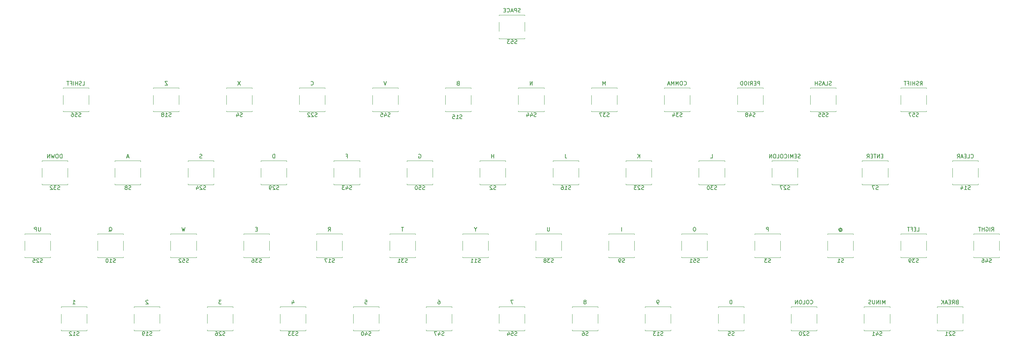
<source format=gbo>
G04 #@! TF.GenerationSoftware,KiCad,Pcbnew,(5.1.10)-1*
G04 #@! TF.CreationDate,2022-07-15T10:43:49-04:00*
G04 #@! TF.ProjectId,CoCo2SwitchBoard,436f436f-3253-4776-9974-6368426f6172,1.0*
G04 #@! TF.SameCoordinates,Original*
G04 #@! TF.FileFunction,Legend,Bot*
G04 #@! TF.FilePolarity,Positive*
%FSLAX46Y46*%
G04 Gerber Fmt 4.6, Leading zero omitted, Abs format (unit mm)*
G04 Created by KiCad (PCBNEW (5.1.10)-1) date 2022-07-15 10:43:49*
%MOMM*%
%LPD*%
G01*
G04 APERTURE LIST*
%ADD10C,0.120000*%
%ADD11C,0.150000*%
G04 APERTURE END LIST*
D10*
X167350000Y59400000D02*
X167350000Y59600000D01*
X167350000Y65600000D02*
X167350000Y65400000D01*
X160650000Y65600000D02*
X160650000Y65400000D01*
X160650000Y59400000D02*
X160650000Y59600000D01*
X160650000Y61300000D02*
X160650000Y63700000D01*
X167350000Y61300000D02*
X167350000Y63700000D01*
X167350000Y59400000D02*
X160650000Y59400000D01*
X160650000Y65600000D02*
X167350000Y65600000D01*
X247850000Y59400000D02*
X247850000Y59600000D01*
X247850000Y65600000D02*
X247850000Y65400000D01*
X241150000Y65600000D02*
X241150000Y65400000D01*
X241150000Y59400000D02*
X241150000Y59600000D01*
X241150000Y61300000D02*
X241150000Y63700000D01*
X247850000Y61300000D02*
X247850000Y63700000D01*
X247850000Y59400000D02*
X241150000Y59400000D01*
X241150000Y65600000D02*
X247850000Y65600000D01*
X29850000Y59400000D02*
X29850000Y59600000D01*
X29850000Y65600000D02*
X29850000Y65400000D01*
X23150000Y65600000D02*
X23150000Y65400000D01*
X23150000Y59400000D02*
X23150000Y59600000D01*
X23150000Y61300000D02*
X23150000Y63700000D01*
X29850000Y61300000D02*
X29850000Y63700000D01*
X29850000Y59400000D02*
X23150000Y59400000D01*
X23150000Y65600000D02*
X29850000Y65600000D01*
X224350000Y59400000D02*
X224350000Y59600000D01*
X224350000Y65600000D02*
X224350000Y65400000D01*
X217650000Y65600000D02*
X217650000Y65400000D01*
X217650000Y59400000D02*
X217650000Y59600000D01*
X217650000Y61300000D02*
X217650000Y63700000D01*
X224350000Y61300000D02*
X224350000Y63700000D01*
X224350000Y59400000D02*
X217650000Y59400000D01*
X217650000Y65600000D02*
X224350000Y65600000D01*
X143350000Y2400000D02*
X143350000Y2600000D01*
X143350000Y8600000D02*
X143350000Y8400000D01*
X136650000Y8600000D02*
X136650000Y8400000D01*
X136650000Y2400000D02*
X136650000Y2600000D01*
X136650000Y4300000D02*
X136650000Y6700000D01*
X143350000Y4300000D02*
X143350000Y6700000D01*
X143350000Y2400000D02*
X136650000Y2400000D01*
X136650000Y8600000D02*
X143350000Y8600000D01*
X143350000Y78400000D02*
X143350000Y78600000D01*
X143350000Y84600000D02*
X143350000Y84400000D01*
X136650000Y84600000D02*
X136650000Y84400000D01*
X136650000Y78400000D02*
X136650000Y78600000D01*
X136650000Y80300000D02*
X136650000Y82700000D01*
X143350000Y80300000D02*
X143350000Y82700000D01*
X143350000Y78400000D02*
X136650000Y78400000D01*
X136650000Y84600000D02*
X143350000Y84600000D01*
X57850000Y21400000D02*
X57850000Y21600000D01*
X57850000Y27600000D02*
X57850000Y27400000D01*
X51150000Y27600000D02*
X51150000Y27400000D01*
X51150000Y21400000D02*
X51150000Y21600000D01*
X51150000Y23300000D02*
X51150000Y25700000D01*
X57850000Y23300000D02*
X57850000Y25700000D01*
X57850000Y21400000D02*
X51150000Y21400000D01*
X51150000Y27600000D02*
X57850000Y27600000D01*
X190850000Y21400000D02*
X190850000Y21600000D01*
X190850000Y27600000D02*
X190850000Y27400000D01*
X184150000Y27600000D02*
X184150000Y27400000D01*
X184150000Y21400000D02*
X184150000Y21600000D01*
X184150000Y23300000D02*
X184150000Y25700000D01*
X190850000Y23300000D02*
X190850000Y25700000D01*
X190850000Y21400000D02*
X184150000Y21400000D01*
X184150000Y27600000D02*
X190850000Y27600000D01*
X119350000Y40400000D02*
X119350000Y40600000D01*
X119350000Y46600000D02*
X119350000Y46400000D01*
X112650000Y46600000D02*
X112650000Y46400000D01*
X112650000Y40400000D02*
X112650000Y40600000D01*
X112650000Y42300000D02*
X112650000Y44700000D01*
X119350000Y42300000D02*
X119350000Y44700000D01*
X119350000Y40400000D02*
X112650000Y40400000D01*
X112650000Y46600000D02*
X119350000Y46600000D01*
X205350000Y59400000D02*
X205350000Y59600000D01*
X205350000Y65600000D02*
X205350000Y65400000D01*
X198650000Y65600000D02*
X198650000Y65400000D01*
X198650000Y59400000D02*
X198650000Y59600000D01*
X198650000Y61300000D02*
X198650000Y63700000D01*
X205350000Y61300000D02*
X205350000Y63700000D01*
X205350000Y59400000D02*
X198650000Y59400000D01*
X198650000Y65600000D02*
X205350000Y65600000D01*
X124350000Y2400000D02*
X124350000Y2600000D01*
X124350000Y8600000D02*
X124350000Y8400000D01*
X117650000Y8600000D02*
X117650000Y8400000D01*
X117650000Y2400000D02*
X117650000Y2600000D01*
X117650000Y4300000D02*
X117650000Y6700000D01*
X124350000Y4300000D02*
X124350000Y6700000D01*
X124350000Y2400000D02*
X117650000Y2400000D01*
X117650000Y8600000D02*
X124350000Y8600000D01*
X266850000Y21400000D02*
X266850000Y21600000D01*
X266850000Y27600000D02*
X266850000Y27400000D01*
X260150000Y27600000D02*
X260150000Y27400000D01*
X260150000Y21400000D02*
X260150000Y21600000D01*
X260150000Y23300000D02*
X260150000Y25700000D01*
X266850000Y23300000D02*
X266850000Y25700000D01*
X266850000Y21400000D02*
X260150000Y21400000D01*
X260150000Y27600000D02*
X266850000Y27600000D01*
X110350000Y59400000D02*
X110350000Y59600000D01*
X110350000Y65600000D02*
X110350000Y65400000D01*
X103650000Y65600000D02*
X103650000Y65400000D01*
X103650000Y59400000D02*
X103650000Y59600000D01*
X103650000Y61300000D02*
X103650000Y63700000D01*
X110350000Y61300000D02*
X110350000Y63700000D01*
X110350000Y59400000D02*
X103650000Y59400000D01*
X103650000Y65600000D02*
X110350000Y65600000D01*
X148350000Y59400000D02*
X148350000Y59600000D01*
X148350000Y65600000D02*
X148350000Y65400000D01*
X141650000Y65600000D02*
X141650000Y65400000D01*
X141650000Y59400000D02*
X141650000Y59600000D01*
X141650000Y61300000D02*
X141650000Y63700000D01*
X148350000Y61300000D02*
X148350000Y63700000D01*
X148350000Y59400000D02*
X141650000Y59400000D01*
X141650000Y65600000D02*
X148350000Y65600000D01*
X100350000Y40400000D02*
X100350000Y40600000D01*
X100350000Y46600000D02*
X100350000Y46400000D01*
X93650000Y46600000D02*
X93650000Y46400000D01*
X93650000Y40400000D02*
X93650000Y40600000D01*
X93650000Y42300000D02*
X93650000Y44700000D01*
X100350000Y42300000D02*
X100350000Y44700000D01*
X100350000Y40400000D02*
X93650000Y40400000D01*
X93650000Y46600000D02*
X100350000Y46600000D01*
X238350000Y2400000D02*
X238350000Y2600000D01*
X238350000Y8600000D02*
X238350000Y8400000D01*
X231650000Y8600000D02*
X231650000Y8400000D01*
X231650000Y2400000D02*
X231650000Y2600000D01*
X231650000Y4300000D02*
X231650000Y6700000D01*
X238350000Y4300000D02*
X238350000Y6700000D01*
X238350000Y2400000D02*
X231650000Y2400000D01*
X231650000Y8600000D02*
X238350000Y8600000D01*
X105350000Y2400000D02*
X105350000Y2600000D01*
X105350000Y8600000D02*
X105350000Y8400000D01*
X98650000Y8600000D02*
X98650000Y8400000D01*
X98650000Y2400000D02*
X98650000Y2600000D01*
X98650000Y4300000D02*
X98650000Y6700000D01*
X105350000Y4300000D02*
X105350000Y6700000D01*
X105350000Y2400000D02*
X98650000Y2400000D01*
X98650000Y8600000D02*
X105350000Y8600000D01*
X247850000Y21400000D02*
X247850000Y21600000D01*
X247850000Y27600000D02*
X247850000Y27400000D01*
X241150000Y27600000D02*
X241150000Y27400000D01*
X241150000Y21400000D02*
X241150000Y21600000D01*
X241150000Y23300000D02*
X241150000Y25700000D01*
X247850000Y23300000D02*
X247850000Y25700000D01*
X247850000Y21400000D02*
X241150000Y21400000D01*
X241150000Y27600000D02*
X247850000Y27600000D01*
X152850000Y21400000D02*
X152850000Y21600000D01*
X152850000Y27600000D02*
X152850000Y27400000D01*
X146150000Y27600000D02*
X146150000Y27400000D01*
X146150000Y21400000D02*
X146150000Y21600000D01*
X146150000Y23300000D02*
X146150000Y25700000D01*
X152850000Y23300000D02*
X152850000Y25700000D01*
X152850000Y21400000D02*
X146150000Y21400000D01*
X146150000Y27600000D02*
X152850000Y27600000D01*
X76850000Y21400000D02*
X76850000Y21600000D01*
X76850000Y27600000D02*
X76850000Y27400000D01*
X70150000Y27600000D02*
X70150000Y27400000D01*
X70150000Y21400000D02*
X70150000Y21600000D01*
X70150000Y23300000D02*
X70150000Y25700000D01*
X76850000Y23300000D02*
X76850000Y25700000D01*
X76850000Y21400000D02*
X70150000Y21400000D01*
X70150000Y27600000D02*
X76850000Y27600000D01*
X186350000Y59400000D02*
X186350000Y59600000D01*
X186350000Y65600000D02*
X186350000Y65400000D01*
X179650000Y65600000D02*
X179650000Y65400000D01*
X179650000Y59400000D02*
X179650000Y59600000D01*
X179650000Y61300000D02*
X179650000Y63700000D01*
X186350000Y61300000D02*
X186350000Y63700000D01*
X186350000Y59400000D02*
X179650000Y59400000D01*
X179650000Y65600000D02*
X186350000Y65600000D01*
X86350000Y2400000D02*
X86350000Y2600000D01*
X86350000Y8600000D02*
X86350000Y8400000D01*
X79650000Y8600000D02*
X79650000Y8400000D01*
X79650000Y2400000D02*
X79650000Y2600000D01*
X79650000Y4300000D02*
X79650000Y6700000D01*
X86350000Y4300000D02*
X86350000Y6700000D01*
X86350000Y2400000D02*
X79650000Y2400000D01*
X79650000Y8600000D02*
X86350000Y8600000D01*
X24350000Y40400000D02*
X24350000Y40600000D01*
X24350000Y46600000D02*
X24350000Y46400000D01*
X17650000Y46600000D02*
X17650000Y46400000D01*
X17650000Y40400000D02*
X17650000Y40600000D01*
X17650000Y42300000D02*
X17650000Y44700000D01*
X24350000Y42300000D02*
X24350000Y44700000D01*
X24350000Y40400000D02*
X17650000Y40400000D01*
X17650000Y46600000D02*
X24350000Y46600000D01*
X114850000Y21400000D02*
X114850000Y21600000D01*
X114850000Y27600000D02*
X114850000Y27400000D01*
X108150000Y27600000D02*
X108150000Y27400000D01*
X108150000Y21400000D02*
X108150000Y21600000D01*
X108150000Y23300000D02*
X108150000Y25700000D01*
X114850000Y23300000D02*
X114850000Y25700000D01*
X114850000Y21400000D02*
X108150000Y21400000D01*
X108150000Y27600000D02*
X114850000Y27600000D01*
X195350000Y40400000D02*
X195350000Y40600000D01*
X195350000Y46600000D02*
X195350000Y46400000D01*
X188650000Y46600000D02*
X188650000Y46400000D01*
X188650000Y40400000D02*
X188650000Y40600000D01*
X188650000Y42300000D02*
X188650000Y44700000D01*
X195350000Y42300000D02*
X195350000Y44700000D01*
X195350000Y40400000D02*
X188650000Y40400000D01*
X188650000Y46600000D02*
X195350000Y46600000D01*
X81350000Y40400000D02*
X81350000Y40600000D01*
X81350000Y46600000D02*
X81350000Y46400000D01*
X74650000Y46600000D02*
X74650000Y46400000D01*
X74650000Y40400000D02*
X74650000Y40600000D01*
X74650000Y42300000D02*
X74650000Y44700000D01*
X81350000Y42300000D02*
X81350000Y44700000D01*
X81350000Y40400000D02*
X74650000Y40400000D01*
X74650000Y46600000D02*
X81350000Y46600000D01*
X214350000Y40400000D02*
X214350000Y40600000D01*
X214350000Y46600000D02*
X214350000Y46400000D01*
X207650000Y46600000D02*
X207650000Y46400000D01*
X207650000Y40400000D02*
X207650000Y40600000D01*
X207650000Y42300000D02*
X207650000Y44700000D01*
X214350000Y42300000D02*
X214350000Y44700000D01*
X214350000Y40400000D02*
X207650000Y40400000D01*
X207650000Y46600000D02*
X214350000Y46600000D01*
X67350000Y2400000D02*
X67350000Y2600000D01*
X67350000Y8600000D02*
X67350000Y8400000D01*
X60650000Y8600000D02*
X60650000Y8400000D01*
X60650000Y2400000D02*
X60650000Y2600000D01*
X60650000Y4300000D02*
X60650000Y6700000D01*
X67350000Y4300000D02*
X67350000Y6700000D01*
X67350000Y2400000D02*
X60650000Y2400000D01*
X60650000Y8600000D02*
X67350000Y8600000D01*
X19850000Y21400000D02*
X19850000Y21600000D01*
X19850000Y27600000D02*
X19850000Y27400000D01*
X13150000Y27600000D02*
X13150000Y27400000D01*
X13150000Y21400000D02*
X13150000Y21600000D01*
X13150000Y23300000D02*
X13150000Y25700000D01*
X19850000Y23300000D02*
X19850000Y25700000D01*
X19850000Y21400000D02*
X13150000Y21400000D01*
X13150000Y27600000D02*
X19850000Y27600000D01*
X62350000Y40400000D02*
X62350000Y40600000D01*
X62350000Y46600000D02*
X62350000Y46400000D01*
X55650000Y46600000D02*
X55650000Y46400000D01*
X55650000Y40400000D02*
X55650000Y40600000D01*
X55650000Y42300000D02*
X55650000Y44700000D01*
X62350000Y42300000D02*
X62350000Y44700000D01*
X62350000Y40400000D02*
X55650000Y40400000D01*
X55650000Y46600000D02*
X62350000Y46600000D01*
X176350000Y40400000D02*
X176350000Y40600000D01*
X176350000Y46600000D02*
X176350000Y46400000D01*
X169650000Y46600000D02*
X169650000Y46400000D01*
X169650000Y40400000D02*
X169650000Y40600000D01*
X169650000Y42300000D02*
X169650000Y44700000D01*
X176350000Y42300000D02*
X176350000Y44700000D01*
X176350000Y40400000D02*
X169650000Y40400000D01*
X169650000Y46600000D02*
X176350000Y46600000D01*
X91350000Y59400000D02*
X91350000Y59600000D01*
X91350000Y65600000D02*
X91350000Y65400000D01*
X84650000Y65600000D02*
X84650000Y65400000D01*
X84650000Y59400000D02*
X84650000Y59600000D01*
X84650000Y61300000D02*
X84650000Y63700000D01*
X91350000Y61300000D02*
X91350000Y63700000D01*
X91350000Y59400000D02*
X84650000Y59400000D01*
X84650000Y65600000D02*
X91350000Y65600000D01*
X257350000Y2400000D02*
X257350000Y2600000D01*
X257350000Y8600000D02*
X257350000Y8400000D01*
X250650000Y8600000D02*
X250650000Y8400000D01*
X250650000Y2400000D02*
X250650000Y2600000D01*
X250650000Y4300000D02*
X250650000Y6700000D01*
X257350000Y4300000D02*
X257350000Y6700000D01*
X257350000Y2400000D02*
X250650000Y2400000D01*
X250650000Y8600000D02*
X257350000Y8600000D01*
X219350000Y2400000D02*
X219350000Y2600000D01*
X219350000Y8600000D02*
X219350000Y8400000D01*
X212650000Y8600000D02*
X212650000Y8400000D01*
X212650000Y2400000D02*
X212650000Y2600000D01*
X212650000Y4300000D02*
X212650000Y6700000D01*
X219350000Y4300000D02*
X219350000Y6700000D01*
X219350000Y2400000D02*
X212650000Y2400000D01*
X212650000Y8600000D02*
X219350000Y8600000D01*
X48350000Y2400000D02*
X48350000Y2600000D01*
X48350000Y8600000D02*
X48350000Y8400000D01*
X41650000Y8600000D02*
X41650000Y8400000D01*
X41650000Y2400000D02*
X41650000Y2600000D01*
X41650000Y4300000D02*
X41650000Y6700000D01*
X48350000Y4300000D02*
X48350000Y6700000D01*
X48350000Y2400000D02*
X41650000Y2400000D01*
X41650000Y8600000D02*
X48350000Y8600000D01*
X53350000Y59400000D02*
X53350000Y59600000D01*
X53350000Y65600000D02*
X53350000Y65400000D01*
X46650000Y65600000D02*
X46650000Y65400000D01*
X46650000Y59400000D02*
X46650000Y59600000D01*
X46650000Y61300000D02*
X46650000Y63700000D01*
X53350000Y61300000D02*
X53350000Y63700000D01*
X53350000Y59400000D02*
X46650000Y59400000D01*
X46650000Y65600000D02*
X53350000Y65600000D01*
X95850000Y21400000D02*
X95850000Y21600000D01*
X95850000Y27600000D02*
X95850000Y27400000D01*
X89150000Y27600000D02*
X89150000Y27400000D01*
X89150000Y21400000D02*
X89150000Y21600000D01*
X89150000Y23300000D02*
X89150000Y25700000D01*
X95850000Y23300000D02*
X95850000Y25700000D01*
X95850000Y21400000D02*
X89150000Y21400000D01*
X89150000Y27600000D02*
X95850000Y27600000D01*
X157350000Y40400000D02*
X157350000Y40600000D01*
X157350000Y46600000D02*
X157350000Y46400000D01*
X150650000Y46600000D02*
X150650000Y46400000D01*
X150650000Y40400000D02*
X150650000Y40600000D01*
X150650000Y42300000D02*
X150650000Y44700000D01*
X157350000Y42300000D02*
X157350000Y44700000D01*
X157350000Y40400000D02*
X150650000Y40400000D01*
X150650000Y46600000D02*
X157350000Y46600000D01*
X129350000Y59400000D02*
X129350000Y59600000D01*
X129350000Y65600000D02*
X129350000Y65400000D01*
X122650000Y65600000D02*
X122650000Y65400000D01*
X122650000Y59400000D02*
X122650000Y59600000D01*
X122650000Y61300000D02*
X122650000Y63700000D01*
X129350000Y61300000D02*
X129350000Y63700000D01*
X129350000Y59400000D02*
X122650000Y59400000D01*
X122650000Y65600000D02*
X129350000Y65600000D01*
X261350000Y40400000D02*
X261350000Y40600000D01*
X261350000Y46600000D02*
X261350000Y46400000D01*
X254650000Y46600000D02*
X254650000Y46400000D01*
X254650000Y40400000D02*
X254650000Y40600000D01*
X254650000Y42300000D02*
X254650000Y44700000D01*
X261350000Y42300000D02*
X261350000Y44700000D01*
X261350000Y40400000D02*
X254650000Y40400000D01*
X254650000Y46600000D02*
X261350000Y46600000D01*
X181350000Y2400000D02*
X181350000Y2600000D01*
X181350000Y8600000D02*
X181350000Y8400000D01*
X174650000Y8600000D02*
X174650000Y8400000D01*
X174650000Y2400000D02*
X174650000Y2600000D01*
X174650000Y4300000D02*
X174650000Y6700000D01*
X181350000Y4300000D02*
X181350000Y6700000D01*
X181350000Y2400000D02*
X174650000Y2400000D01*
X174650000Y8600000D02*
X181350000Y8600000D01*
X29350000Y2400000D02*
X29350000Y2600000D01*
X29350000Y8600000D02*
X29350000Y8400000D01*
X22650000Y8600000D02*
X22650000Y8400000D01*
X22650000Y2400000D02*
X22650000Y2600000D01*
X22650000Y4300000D02*
X22650000Y6700000D01*
X29350000Y4300000D02*
X29350000Y6700000D01*
X29350000Y2400000D02*
X22650000Y2400000D01*
X22650000Y8600000D02*
X29350000Y8600000D01*
X133850000Y21400000D02*
X133850000Y21600000D01*
X133850000Y27600000D02*
X133850000Y27400000D01*
X127150000Y27600000D02*
X127150000Y27400000D01*
X127150000Y21400000D02*
X127150000Y21600000D01*
X127150000Y23300000D02*
X127150000Y25700000D01*
X133850000Y23300000D02*
X133850000Y25700000D01*
X133850000Y21400000D02*
X127150000Y21400000D01*
X127150000Y27600000D02*
X133850000Y27600000D01*
X38850000Y21400000D02*
X38850000Y21600000D01*
X38850000Y27600000D02*
X38850000Y27400000D01*
X32150000Y27600000D02*
X32150000Y27400000D01*
X32150000Y21400000D02*
X32150000Y21600000D01*
X32150000Y23300000D02*
X32150000Y25700000D01*
X38850000Y23300000D02*
X38850000Y25700000D01*
X38850000Y21400000D02*
X32150000Y21400000D01*
X32150000Y27600000D02*
X38850000Y27600000D01*
X171850000Y21400000D02*
X171850000Y21600000D01*
X171850000Y27600000D02*
X171850000Y27400000D01*
X165150000Y27600000D02*
X165150000Y27400000D01*
X165150000Y21400000D02*
X165150000Y21600000D01*
X165150000Y23300000D02*
X165150000Y25700000D01*
X171850000Y23300000D02*
X171850000Y25700000D01*
X171850000Y21400000D02*
X165150000Y21400000D01*
X165150000Y27600000D02*
X171850000Y27600000D01*
X43350000Y40400000D02*
X43350000Y40600000D01*
X43350000Y46600000D02*
X43350000Y46400000D01*
X36650000Y46600000D02*
X36650000Y46400000D01*
X36650000Y40400000D02*
X36650000Y40600000D01*
X36650000Y42300000D02*
X36650000Y44700000D01*
X43350000Y42300000D02*
X43350000Y44700000D01*
X43350000Y40400000D02*
X36650000Y40400000D01*
X36650000Y46600000D02*
X43350000Y46600000D01*
X237850000Y40400000D02*
X237850000Y40600000D01*
X237850000Y46600000D02*
X237850000Y46400000D01*
X231150000Y46600000D02*
X231150000Y46400000D01*
X231150000Y40400000D02*
X231150000Y40600000D01*
X231150000Y42300000D02*
X231150000Y44700000D01*
X237850000Y42300000D02*
X237850000Y44700000D01*
X237850000Y40400000D02*
X231150000Y40400000D01*
X231150000Y46600000D02*
X237850000Y46600000D01*
X162350000Y2400000D02*
X162350000Y2600000D01*
X162350000Y8600000D02*
X162350000Y8400000D01*
X155650000Y8600000D02*
X155650000Y8400000D01*
X155650000Y2400000D02*
X155650000Y2600000D01*
X155650000Y4300000D02*
X155650000Y6700000D01*
X162350000Y4300000D02*
X162350000Y6700000D01*
X162350000Y2400000D02*
X155650000Y2400000D01*
X155650000Y8600000D02*
X162350000Y8600000D01*
X200350000Y2400000D02*
X200350000Y2600000D01*
X200350000Y8600000D02*
X200350000Y8400000D01*
X193650000Y8600000D02*
X193650000Y8400000D01*
X193650000Y2400000D02*
X193650000Y2600000D01*
X193650000Y4300000D02*
X193650000Y6700000D01*
X200350000Y4300000D02*
X200350000Y6700000D01*
X200350000Y2400000D02*
X193650000Y2400000D01*
X193650000Y8600000D02*
X200350000Y8600000D01*
X72350000Y59400000D02*
X72350000Y59600000D01*
X72350000Y65600000D02*
X72350000Y65400000D01*
X65650000Y65600000D02*
X65650000Y65400000D01*
X65650000Y59400000D02*
X65650000Y59600000D01*
X65650000Y61300000D02*
X65650000Y63700000D01*
X72350000Y61300000D02*
X72350000Y63700000D01*
X72350000Y59400000D02*
X65650000Y59400000D01*
X65650000Y65600000D02*
X72350000Y65600000D01*
X209850000Y21400000D02*
X209850000Y21600000D01*
X209850000Y27600000D02*
X209850000Y27400000D01*
X203150000Y27600000D02*
X203150000Y27400000D01*
X203150000Y21400000D02*
X203150000Y21600000D01*
X203150000Y23300000D02*
X203150000Y25700000D01*
X209850000Y23300000D02*
X209850000Y25700000D01*
X209850000Y21400000D02*
X203150000Y21400000D01*
X203150000Y27600000D02*
X209850000Y27600000D01*
X138350000Y40400000D02*
X138350000Y40600000D01*
X138350000Y46600000D02*
X138350000Y46400000D01*
X131650000Y46600000D02*
X131650000Y46400000D01*
X131650000Y40400000D02*
X131650000Y40600000D01*
X131650000Y42300000D02*
X131650000Y44700000D01*
X138350000Y42300000D02*
X138350000Y44700000D01*
X138350000Y40400000D02*
X131650000Y40400000D01*
X131650000Y46600000D02*
X138350000Y46600000D01*
X228850000Y21400000D02*
X228850000Y21600000D01*
X228850000Y27600000D02*
X228850000Y27400000D01*
X222150000Y27600000D02*
X222150000Y27400000D01*
X222150000Y21400000D02*
X222150000Y21600000D01*
X222150000Y23300000D02*
X222150000Y25700000D01*
X228850000Y23300000D02*
X228850000Y25700000D01*
X228850000Y21400000D02*
X222150000Y21400000D01*
X222150000Y27600000D02*
X228850000Y27600000D01*
D11*
X165288095Y58145238D02*
X165145238Y58097619D01*
X164907142Y58097619D01*
X164811904Y58145238D01*
X164764285Y58192857D01*
X164716666Y58288095D01*
X164716666Y58383333D01*
X164764285Y58478571D01*
X164811904Y58526190D01*
X164907142Y58573809D01*
X165097619Y58621428D01*
X165192857Y58669047D01*
X165240476Y58716666D01*
X165288095Y58811904D01*
X165288095Y58907142D01*
X165240476Y59002380D01*
X165192857Y59050000D01*
X165097619Y59097619D01*
X164859523Y59097619D01*
X164716666Y59050000D01*
X164383333Y59097619D02*
X163764285Y59097619D01*
X164097619Y58716666D01*
X163954761Y58716666D01*
X163859523Y58669047D01*
X163811904Y58621428D01*
X163764285Y58526190D01*
X163764285Y58288095D01*
X163811904Y58192857D01*
X163859523Y58145238D01*
X163954761Y58097619D01*
X164240476Y58097619D01*
X164335714Y58145238D01*
X164383333Y58192857D01*
X163430952Y59097619D02*
X162764285Y59097619D01*
X163192857Y58097619D01*
X164333333Y66297619D02*
X164333333Y67297619D01*
X164000000Y66583333D01*
X163666666Y67297619D01*
X163666666Y66297619D01*
X245788095Y58145238D02*
X245645238Y58097619D01*
X245407142Y58097619D01*
X245311904Y58145238D01*
X245264285Y58192857D01*
X245216666Y58288095D01*
X245216666Y58383333D01*
X245264285Y58478571D01*
X245311904Y58526190D01*
X245407142Y58573809D01*
X245597619Y58621428D01*
X245692857Y58669047D01*
X245740476Y58716666D01*
X245788095Y58811904D01*
X245788095Y58907142D01*
X245740476Y59002380D01*
X245692857Y59050000D01*
X245597619Y59097619D01*
X245359523Y59097619D01*
X245216666Y59050000D01*
X244311904Y59097619D02*
X244788095Y59097619D01*
X244835714Y58621428D01*
X244788095Y58669047D01*
X244692857Y58716666D01*
X244454761Y58716666D01*
X244359523Y58669047D01*
X244311904Y58621428D01*
X244264285Y58526190D01*
X244264285Y58288095D01*
X244311904Y58192857D01*
X244359523Y58145238D01*
X244454761Y58097619D01*
X244692857Y58097619D01*
X244788095Y58145238D01*
X244835714Y58192857D01*
X243930952Y59097619D02*
X243264285Y59097619D01*
X243692857Y58097619D01*
X246238095Y66297619D02*
X246571428Y66773809D01*
X246809523Y66297619D02*
X246809523Y67297619D01*
X246428571Y67297619D01*
X246333333Y67250000D01*
X246285714Y67202380D01*
X246238095Y67107142D01*
X246238095Y66964285D01*
X246285714Y66869047D01*
X246333333Y66821428D01*
X246428571Y66773809D01*
X246809523Y66773809D01*
X245857142Y66345238D02*
X245714285Y66297619D01*
X245476190Y66297619D01*
X245380952Y66345238D01*
X245333333Y66392857D01*
X245285714Y66488095D01*
X245285714Y66583333D01*
X245333333Y66678571D01*
X245380952Y66726190D01*
X245476190Y66773809D01*
X245666666Y66821428D01*
X245761904Y66869047D01*
X245809523Y66916666D01*
X245857142Y67011904D01*
X245857142Y67107142D01*
X245809523Y67202380D01*
X245761904Y67250000D01*
X245666666Y67297619D01*
X245428571Y67297619D01*
X245285714Y67250000D01*
X244857142Y66297619D02*
X244857142Y67297619D01*
X244857142Y66821428D02*
X244285714Y66821428D01*
X244285714Y66297619D02*
X244285714Y67297619D01*
X243809523Y66297619D02*
X243809523Y67297619D01*
X243000000Y66821428D02*
X243333333Y66821428D01*
X243333333Y66297619D02*
X243333333Y67297619D01*
X242857142Y67297619D01*
X242619047Y67297619D02*
X242047619Y67297619D01*
X242333333Y66297619D02*
X242333333Y67297619D01*
X27788095Y58145238D02*
X27645238Y58097619D01*
X27407142Y58097619D01*
X27311904Y58145238D01*
X27264285Y58192857D01*
X27216666Y58288095D01*
X27216666Y58383333D01*
X27264285Y58478571D01*
X27311904Y58526190D01*
X27407142Y58573809D01*
X27597619Y58621428D01*
X27692857Y58669047D01*
X27740476Y58716666D01*
X27788095Y58811904D01*
X27788095Y58907142D01*
X27740476Y59002380D01*
X27692857Y59050000D01*
X27597619Y59097619D01*
X27359523Y59097619D01*
X27216666Y59050000D01*
X26311904Y59097619D02*
X26788095Y59097619D01*
X26835714Y58621428D01*
X26788095Y58669047D01*
X26692857Y58716666D01*
X26454761Y58716666D01*
X26359523Y58669047D01*
X26311904Y58621428D01*
X26264285Y58526190D01*
X26264285Y58288095D01*
X26311904Y58192857D01*
X26359523Y58145238D01*
X26454761Y58097619D01*
X26692857Y58097619D01*
X26788095Y58145238D01*
X26835714Y58192857D01*
X25407142Y59097619D02*
X25597619Y59097619D01*
X25692857Y59050000D01*
X25740476Y59002380D01*
X25835714Y58859523D01*
X25883333Y58669047D01*
X25883333Y58288095D01*
X25835714Y58192857D01*
X25788095Y58145238D01*
X25692857Y58097619D01*
X25502380Y58097619D01*
X25407142Y58145238D01*
X25359523Y58192857D01*
X25311904Y58288095D01*
X25311904Y58526190D01*
X25359523Y58621428D01*
X25407142Y58669047D01*
X25502380Y58716666D01*
X25692857Y58716666D01*
X25788095Y58669047D01*
X25835714Y58621428D01*
X25883333Y58526190D01*
X28238095Y66297619D02*
X28714285Y66297619D01*
X28714285Y67297619D01*
X27952380Y66345238D02*
X27809523Y66297619D01*
X27571428Y66297619D01*
X27476190Y66345238D01*
X27428571Y66392857D01*
X27380952Y66488095D01*
X27380952Y66583333D01*
X27428571Y66678571D01*
X27476190Y66726190D01*
X27571428Y66773809D01*
X27761904Y66821428D01*
X27857142Y66869047D01*
X27904761Y66916666D01*
X27952380Y67011904D01*
X27952380Y67107142D01*
X27904761Y67202380D01*
X27857142Y67250000D01*
X27761904Y67297619D01*
X27523809Y67297619D01*
X27380952Y67250000D01*
X26952380Y66297619D02*
X26952380Y67297619D01*
X26952380Y66821428D02*
X26380952Y66821428D01*
X26380952Y66297619D02*
X26380952Y67297619D01*
X25904761Y66297619D02*
X25904761Y67297619D01*
X25095238Y66821428D02*
X25428571Y66821428D01*
X25428571Y66297619D02*
X25428571Y67297619D01*
X24952380Y67297619D01*
X24714285Y67297619D02*
X24142857Y67297619D01*
X24428571Y66297619D02*
X24428571Y67297619D01*
X222288095Y58145238D02*
X222145238Y58097619D01*
X221907142Y58097619D01*
X221811904Y58145238D01*
X221764285Y58192857D01*
X221716666Y58288095D01*
X221716666Y58383333D01*
X221764285Y58478571D01*
X221811904Y58526190D01*
X221907142Y58573809D01*
X222097619Y58621428D01*
X222192857Y58669047D01*
X222240476Y58716666D01*
X222288095Y58811904D01*
X222288095Y58907142D01*
X222240476Y59002380D01*
X222192857Y59050000D01*
X222097619Y59097619D01*
X221859523Y59097619D01*
X221716666Y59050000D01*
X220811904Y59097619D02*
X221288095Y59097619D01*
X221335714Y58621428D01*
X221288095Y58669047D01*
X221192857Y58716666D01*
X220954761Y58716666D01*
X220859523Y58669047D01*
X220811904Y58621428D01*
X220764285Y58526190D01*
X220764285Y58288095D01*
X220811904Y58192857D01*
X220859523Y58145238D01*
X220954761Y58097619D01*
X221192857Y58097619D01*
X221288095Y58145238D01*
X221335714Y58192857D01*
X219859523Y59097619D02*
X220335714Y59097619D01*
X220383333Y58621428D01*
X220335714Y58669047D01*
X220240476Y58716666D01*
X220002380Y58716666D01*
X219907142Y58669047D01*
X219859523Y58621428D01*
X219811904Y58526190D01*
X219811904Y58288095D01*
X219859523Y58192857D01*
X219907142Y58145238D01*
X220002380Y58097619D01*
X220240476Y58097619D01*
X220335714Y58145238D01*
X220383333Y58192857D01*
X223119047Y66345238D02*
X222976190Y66297619D01*
X222738095Y66297619D01*
X222642857Y66345238D01*
X222595238Y66392857D01*
X222547619Y66488095D01*
X222547619Y66583333D01*
X222595238Y66678571D01*
X222642857Y66726190D01*
X222738095Y66773809D01*
X222928571Y66821428D01*
X223023809Y66869047D01*
X223071428Y66916666D01*
X223119047Y67011904D01*
X223119047Y67107142D01*
X223071428Y67202380D01*
X223023809Y67250000D01*
X222928571Y67297619D01*
X222690476Y67297619D01*
X222547619Y67250000D01*
X221642857Y66297619D02*
X222119047Y66297619D01*
X222119047Y67297619D01*
X221357142Y66583333D02*
X220880952Y66583333D01*
X221452380Y66297619D02*
X221119047Y67297619D01*
X220785714Y66297619D01*
X220500000Y66345238D02*
X220357142Y66297619D01*
X220119047Y66297619D01*
X220023809Y66345238D01*
X219976190Y66392857D01*
X219928571Y66488095D01*
X219928571Y66583333D01*
X219976190Y66678571D01*
X220023809Y66726190D01*
X220119047Y66773809D01*
X220309523Y66821428D01*
X220404761Y66869047D01*
X220452380Y66916666D01*
X220500000Y67011904D01*
X220500000Y67107142D01*
X220452380Y67202380D01*
X220404761Y67250000D01*
X220309523Y67297619D01*
X220071428Y67297619D01*
X219928571Y67250000D01*
X219500000Y66297619D02*
X219500000Y67297619D01*
X219500000Y66821428D02*
X218928571Y66821428D01*
X218928571Y66297619D02*
X218928571Y67297619D01*
X141288095Y1145238D02*
X141145238Y1097619D01*
X140907142Y1097619D01*
X140811904Y1145238D01*
X140764285Y1192857D01*
X140716666Y1288095D01*
X140716666Y1383333D01*
X140764285Y1478571D01*
X140811904Y1526190D01*
X140907142Y1573809D01*
X141097619Y1621428D01*
X141192857Y1669047D01*
X141240476Y1716666D01*
X141288095Y1811904D01*
X141288095Y1907142D01*
X141240476Y2002380D01*
X141192857Y2050000D01*
X141097619Y2097619D01*
X140859523Y2097619D01*
X140716666Y2050000D01*
X139811904Y2097619D02*
X140288095Y2097619D01*
X140335714Y1621428D01*
X140288095Y1669047D01*
X140192857Y1716666D01*
X139954761Y1716666D01*
X139859523Y1669047D01*
X139811904Y1621428D01*
X139764285Y1526190D01*
X139764285Y1288095D01*
X139811904Y1192857D01*
X139859523Y1145238D01*
X139954761Y1097619D01*
X140192857Y1097619D01*
X140288095Y1145238D01*
X140335714Y1192857D01*
X138907142Y1764285D02*
X138907142Y1097619D01*
X139145238Y2145238D02*
X139383333Y1430952D01*
X138764285Y1430952D01*
X140333333Y10297619D02*
X139666666Y10297619D01*
X140095238Y9297619D01*
X141288095Y77145238D02*
X141145238Y77097619D01*
X140907142Y77097619D01*
X140811904Y77145238D01*
X140764285Y77192857D01*
X140716666Y77288095D01*
X140716666Y77383333D01*
X140764285Y77478571D01*
X140811904Y77526190D01*
X140907142Y77573809D01*
X141097619Y77621428D01*
X141192857Y77669047D01*
X141240476Y77716666D01*
X141288095Y77811904D01*
X141288095Y77907142D01*
X141240476Y78002380D01*
X141192857Y78050000D01*
X141097619Y78097619D01*
X140859523Y78097619D01*
X140716666Y78050000D01*
X139811904Y78097619D02*
X140288095Y78097619D01*
X140335714Y77621428D01*
X140288095Y77669047D01*
X140192857Y77716666D01*
X139954761Y77716666D01*
X139859523Y77669047D01*
X139811904Y77621428D01*
X139764285Y77526190D01*
X139764285Y77288095D01*
X139811904Y77192857D01*
X139859523Y77145238D01*
X139954761Y77097619D01*
X140192857Y77097619D01*
X140288095Y77145238D01*
X140335714Y77192857D01*
X139430952Y78097619D02*
X138811904Y78097619D01*
X139145238Y77716666D01*
X139002380Y77716666D01*
X138907142Y77669047D01*
X138859523Y77621428D01*
X138811904Y77526190D01*
X138811904Y77288095D01*
X138859523Y77192857D01*
X138907142Y77145238D01*
X139002380Y77097619D01*
X139288095Y77097619D01*
X139383333Y77145238D01*
X139430952Y77192857D01*
X142166666Y85345238D02*
X142023809Y85297619D01*
X141785714Y85297619D01*
X141690476Y85345238D01*
X141642857Y85392857D01*
X141595238Y85488095D01*
X141595238Y85583333D01*
X141642857Y85678571D01*
X141690476Y85726190D01*
X141785714Y85773809D01*
X141976190Y85821428D01*
X142071428Y85869047D01*
X142119047Y85916666D01*
X142166666Y86011904D01*
X142166666Y86107142D01*
X142119047Y86202380D01*
X142071428Y86250000D01*
X141976190Y86297619D01*
X141738095Y86297619D01*
X141595238Y86250000D01*
X141166666Y85297619D02*
X141166666Y86297619D01*
X140785714Y86297619D01*
X140690476Y86250000D01*
X140642857Y86202380D01*
X140595238Y86107142D01*
X140595238Y85964285D01*
X140642857Y85869047D01*
X140690476Y85821428D01*
X140785714Y85773809D01*
X141166666Y85773809D01*
X140214285Y85583333D02*
X139738095Y85583333D01*
X140309523Y85297619D02*
X139976190Y86297619D01*
X139642857Y85297619D01*
X138738095Y85392857D02*
X138785714Y85345238D01*
X138928571Y85297619D01*
X139023809Y85297619D01*
X139166666Y85345238D01*
X139261904Y85440476D01*
X139309523Y85535714D01*
X139357142Y85726190D01*
X139357142Y85869047D01*
X139309523Y86059523D01*
X139261904Y86154761D01*
X139166666Y86250000D01*
X139023809Y86297619D01*
X138928571Y86297619D01*
X138785714Y86250000D01*
X138738095Y86202380D01*
X138309523Y85821428D02*
X137976190Y85821428D01*
X137833333Y85297619D02*
X138309523Y85297619D01*
X138309523Y86297619D01*
X137833333Y86297619D01*
X55788095Y20145238D02*
X55645238Y20097619D01*
X55407142Y20097619D01*
X55311904Y20145238D01*
X55264285Y20192857D01*
X55216666Y20288095D01*
X55216666Y20383333D01*
X55264285Y20478571D01*
X55311904Y20526190D01*
X55407142Y20573809D01*
X55597619Y20621428D01*
X55692857Y20669047D01*
X55740476Y20716666D01*
X55788095Y20811904D01*
X55788095Y20907142D01*
X55740476Y21002380D01*
X55692857Y21050000D01*
X55597619Y21097619D01*
X55359523Y21097619D01*
X55216666Y21050000D01*
X54311904Y21097619D02*
X54788095Y21097619D01*
X54835714Y20621428D01*
X54788095Y20669047D01*
X54692857Y20716666D01*
X54454761Y20716666D01*
X54359523Y20669047D01*
X54311904Y20621428D01*
X54264285Y20526190D01*
X54264285Y20288095D01*
X54311904Y20192857D01*
X54359523Y20145238D01*
X54454761Y20097619D01*
X54692857Y20097619D01*
X54788095Y20145238D01*
X54835714Y20192857D01*
X53883333Y21002380D02*
X53835714Y21050000D01*
X53740476Y21097619D01*
X53502380Y21097619D01*
X53407142Y21050000D01*
X53359523Y21002380D01*
X53311904Y20907142D01*
X53311904Y20811904D01*
X53359523Y20669047D01*
X53930952Y20097619D01*
X53311904Y20097619D01*
X54928571Y29297619D02*
X54690476Y28297619D01*
X54500000Y29011904D01*
X54309523Y28297619D01*
X54071428Y29297619D01*
X188788095Y20145238D02*
X188645238Y20097619D01*
X188407142Y20097619D01*
X188311904Y20145238D01*
X188264285Y20192857D01*
X188216666Y20288095D01*
X188216666Y20383333D01*
X188264285Y20478571D01*
X188311904Y20526190D01*
X188407142Y20573809D01*
X188597619Y20621428D01*
X188692857Y20669047D01*
X188740476Y20716666D01*
X188788095Y20811904D01*
X188788095Y20907142D01*
X188740476Y21002380D01*
X188692857Y21050000D01*
X188597619Y21097619D01*
X188359523Y21097619D01*
X188216666Y21050000D01*
X187311904Y21097619D02*
X187788095Y21097619D01*
X187835714Y20621428D01*
X187788095Y20669047D01*
X187692857Y20716666D01*
X187454761Y20716666D01*
X187359523Y20669047D01*
X187311904Y20621428D01*
X187264285Y20526190D01*
X187264285Y20288095D01*
X187311904Y20192857D01*
X187359523Y20145238D01*
X187454761Y20097619D01*
X187692857Y20097619D01*
X187788095Y20145238D01*
X187835714Y20192857D01*
X186311904Y20097619D02*
X186883333Y20097619D01*
X186597619Y20097619D02*
X186597619Y21097619D01*
X186692857Y20954761D01*
X186788095Y20859523D01*
X186883333Y20811904D01*
X187595238Y29297619D02*
X187404761Y29297619D01*
X187309523Y29250000D01*
X187214285Y29154761D01*
X187166666Y28964285D01*
X187166666Y28630952D01*
X187214285Y28440476D01*
X187309523Y28345238D01*
X187404761Y28297619D01*
X187595238Y28297619D01*
X187690476Y28345238D01*
X187785714Y28440476D01*
X187833333Y28630952D01*
X187833333Y28964285D01*
X187785714Y29154761D01*
X187690476Y29250000D01*
X187595238Y29297619D01*
X117288095Y39145238D02*
X117145238Y39097619D01*
X116907142Y39097619D01*
X116811904Y39145238D01*
X116764285Y39192857D01*
X116716666Y39288095D01*
X116716666Y39383333D01*
X116764285Y39478571D01*
X116811904Y39526190D01*
X116907142Y39573809D01*
X117097619Y39621428D01*
X117192857Y39669047D01*
X117240476Y39716666D01*
X117288095Y39811904D01*
X117288095Y39907142D01*
X117240476Y40002380D01*
X117192857Y40050000D01*
X117097619Y40097619D01*
X116859523Y40097619D01*
X116716666Y40050000D01*
X115811904Y40097619D02*
X116288095Y40097619D01*
X116335714Y39621428D01*
X116288095Y39669047D01*
X116192857Y39716666D01*
X115954761Y39716666D01*
X115859523Y39669047D01*
X115811904Y39621428D01*
X115764285Y39526190D01*
X115764285Y39288095D01*
X115811904Y39192857D01*
X115859523Y39145238D01*
X115954761Y39097619D01*
X116192857Y39097619D01*
X116288095Y39145238D01*
X116335714Y39192857D01*
X115145238Y40097619D02*
X115050000Y40097619D01*
X114954761Y40050000D01*
X114907142Y40002380D01*
X114859523Y39907142D01*
X114811904Y39716666D01*
X114811904Y39478571D01*
X114859523Y39288095D01*
X114907142Y39192857D01*
X114954761Y39145238D01*
X115050000Y39097619D01*
X115145238Y39097619D01*
X115240476Y39145238D01*
X115288095Y39192857D01*
X115335714Y39288095D01*
X115383333Y39478571D01*
X115383333Y39716666D01*
X115335714Y39907142D01*
X115288095Y40002380D01*
X115240476Y40050000D01*
X115145238Y40097619D01*
X115738095Y48250000D02*
X115833333Y48297619D01*
X115976190Y48297619D01*
X116119047Y48250000D01*
X116214285Y48154761D01*
X116261904Y48059523D01*
X116309523Y47869047D01*
X116309523Y47726190D01*
X116261904Y47535714D01*
X116214285Y47440476D01*
X116119047Y47345238D01*
X115976190Y47297619D01*
X115880952Y47297619D01*
X115738095Y47345238D01*
X115690476Y47392857D01*
X115690476Y47726190D01*
X115880952Y47726190D01*
X203288095Y58145238D02*
X203145238Y58097619D01*
X202907142Y58097619D01*
X202811904Y58145238D01*
X202764285Y58192857D01*
X202716666Y58288095D01*
X202716666Y58383333D01*
X202764285Y58478571D01*
X202811904Y58526190D01*
X202907142Y58573809D01*
X203097619Y58621428D01*
X203192857Y58669047D01*
X203240476Y58716666D01*
X203288095Y58811904D01*
X203288095Y58907142D01*
X203240476Y59002380D01*
X203192857Y59050000D01*
X203097619Y59097619D01*
X202859523Y59097619D01*
X202716666Y59050000D01*
X201859523Y58764285D02*
X201859523Y58097619D01*
X202097619Y59145238D02*
X202335714Y58430952D01*
X201716666Y58430952D01*
X201192857Y58669047D02*
X201288095Y58716666D01*
X201335714Y58764285D01*
X201383333Y58859523D01*
X201383333Y58907142D01*
X201335714Y59002380D01*
X201288095Y59050000D01*
X201192857Y59097619D01*
X201002380Y59097619D01*
X200907142Y59050000D01*
X200859523Y59002380D01*
X200811904Y58907142D01*
X200811904Y58859523D01*
X200859523Y58764285D01*
X200907142Y58716666D01*
X201002380Y58669047D01*
X201192857Y58669047D01*
X201288095Y58621428D01*
X201335714Y58573809D01*
X201383333Y58478571D01*
X201383333Y58288095D01*
X201335714Y58192857D01*
X201288095Y58145238D01*
X201192857Y58097619D01*
X201002380Y58097619D01*
X200907142Y58145238D01*
X200859523Y58192857D01*
X200811904Y58288095D01*
X200811904Y58478571D01*
X200859523Y58573809D01*
X200907142Y58621428D01*
X201002380Y58669047D01*
X204476190Y66297619D02*
X204476190Y67297619D01*
X204095238Y67297619D01*
X204000000Y67250000D01*
X203952380Y67202380D01*
X203904761Y67107142D01*
X203904761Y66964285D01*
X203952380Y66869047D01*
X204000000Y66821428D01*
X204095238Y66773809D01*
X204476190Y66773809D01*
X203476190Y66821428D02*
X203142857Y66821428D01*
X203000000Y66297619D02*
X203476190Y66297619D01*
X203476190Y67297619D01*
X203000000Y67297619D01*
X202000000Y66297619D02*
X202333333Y66773809D01*
X202571428Y66297619D02*
X202571428Y67297619D01*
X202190476Y67297619D01*
X202095238Y67250000D01*
X202047619Y67202380D01*
X202000000Y67107142D01*
X202000000Y66964285D01*
X202047619Y66869047D01*
X202095238Y66821428D01*
X202190476Y66773809D01*
X202571428Y66773809D01*
X201571428Y66297619D02*
X201571428Y67297619D01*
X200904761Y67297619D02*
X200714285Y67297619D01*
X200619047Y67250000D01*
X200523809Y67154761D01*
X200476190Y66964285D01*
X200476190Y66630952D01*
X200523809Y66440476D01*
X200619047Y66345238D01*
X200714285Y66297619D01*
X200904761Y66297619D01*
X201000000Y66345238D01*
X201095238Y66440476D01*
X201142857Y66630952D01*
X201142857Y66964285D01*
X201095238Y67154761D01*
X201000000Y67250000D01*
X200904761Y67297619D01*
X200047619Y66297619D02*
X200047619Y67297619D01*
X199809523Y67297619D01*
X199666666Y67250000D01*
X199571428Y67154761D01*
X199523809Y67059523D01*
X199476190Y66869047D01*
X199476190Y66726190D01*
X199523809Y66535714D01*
X199571428Y66440476D01*
X199666666Y66345238D01*
X199809523Y66297619D01*
X200047619Y66297619D01*
X122288095Y1145238D02*
X122145238Y1097619D01*
X121907142Y1097619D01*
X121811904Y1145238D01*
X121764285Y1192857D01*
X121716666Y1288095D01*
X121716666Y1383333D01*
X121764285Y1478571D01*
X121811904Y1526190D01*
X121907142Y1573809D01*
X122097619Y1621428D01*
X122192857Y1669047D01*
X122240476Y1716666D01*
X122288095Y1811904D01*
X122288095Y1907142D01*
X122240476Y2002380D01*
X122192857Y2050000D01*
X122097619Y2097619D01*
X121859523Y2097619D01*
X121716666Y2050000D01*
X120859523Y1764285D02*
X120859523Y1097619D01*
X121097619Y2145238D02*
X121335714Y1430952D01*
X120716666Y1430952D01*
X120430952Y2097619D02*
X119764285Y2097619D01*
X120192857Y1097619D01*
X120809523Y10297619D02*
X121000000Y10297619D01*
X121095238Y10250000D01*
X121142857Y10202380D01*
X121238095Y10059523D01*
X121285714Y9869047D01*
X121285714Y9488095D01*
X121238095Y9392857D01*
X121190476Y9345238D01*
X121095238Y9297619D01*
X120904761Y9297619D01*
X120809523Y9345238D01*
X120761904Y9392857D01*
X120714285Y9488095D01*
X120714285Y9726190D01*
X120761904Y9821428D01*
X120809523Y9869047D01*
X120904761Y9916666D01*
X121095238Y9916666D01*
X121190476Y9869047D01*
X121238095Y9821428D01*
X121285714Y9726190D01*
X264788095Y20145238D02*
X264645238Y20097619D01*
X264407142Y20097619D01*
X264311904Y20145238D01*
X264264285Y20192857D01*
X264216666Y20288095D01*
X264216666Y20383333D01*
X264264285Y20478571D01*
X264311904Y20526190D01*
X264407142Y20573809D01*
X264597619Y20621428D01*
X264692857Y20669047D01*
X264740476Y20716666D01*
X264788095Y20811904D01*
X264788095Y20907142D01*
X264740476Y21002380D01*
X264692857Y21050000D01*
X264597619Y21097619D01*
X264359523Y21097619D01*
X264216666Y21050000D01*
X263359523Y20764285D02*
X263359523Y20097619D01*
X263597619Y21145238D02*
X263835714Y20430952D01*
X263216666Y20430952D01*
X262407142Y21097619D02*
X262597619Y21097619D01*
X262692857Y21050000D01*
X262740476Y21002380D01*
X262835714Y20859523D01*
X262883333Y20669047D01*
X262883333Y20288095D01*
X262835714Y20192857D01*
X262788095Y20145238D01*
X262692857Y20097619D01*
X262502380Y20097619D01*
X262407142Y20145238D01*
X262359523Y20192857D01*
X262311904Y20288095D01*
X262311904Y20526190D01*
X262359523Y20621428D01*
X262407142Y20669047D01*
X262502380Y20716666D01*
X262692857Y20716666D01*
X262788095Y20669047D01*
X262835714Y20621428D01*
X262883333Y20526190D01*
X264833333Y28297619D02*
X265166666Y28773809D01*
X265404761Y28297619D02*
X265404761Y29297619D01*
X265023809Y29297619D01*
X264928571Y29250000D01*
X264880952Y29202380D01*
X264833333Y29107142D01*
X264833333Y28964285D01*
X264880952Y28869047D01*
X264928571Y28821428D01*
X265023809Y28773809D01*
X265404761Y28773809D01*
X264404761Y28297619D02*
X264404761Y29297619D01*
X263404761Y29250000D02*
X263500000Y29297619D01*
X263642857Y29297619D01*
X263785714Y29250000D01*
X263880952Y29154761D01*
X263928571Y29059523D01*
X263976190Y28869047D01*
X263976190Y28726190D01*
X263928571Y28535714D01*
X263880952Y28440476D01*
X263785714Y28345238D01*
X263642857Y28297619D01*
X263547619Y28297619D01*
X263404761Y28345238D01*
X263357142Y28392857D01*
X263357142Y28726190D01*
X263547619Y28726190D01*
X262928571Y28297619D02*
X262928571Y29297619D01*
X262928571Y28821428D02*
X262357142Y28821428D01*
X262357142Y28297619D02*
X262357142Y29297619D01*
X262023809Y29297619D02*
X261452380Y29297619D01*
X261738095Y28297619D02*
X261738095Y29297619D01*
X108288095Y58145238D02*
X108145238Y58097619D01*
X107907142Y58097619D01*
X107811904Y58145238D01*
X107764285Y58192857D01*
X107716666Y58288095D01*
X107716666Y58383333D01*
X107764285Y58478571D01*
X107811904Y58526190D01*
X107907142Y58573809D01*
X108097619Y58621428D01*
X108192857Y58669047D01*
X108240476Y58716666D01*
X108288095Y58811904D01*
X108288095Y58907142D01*
X108240476Y59002380D01*
X108192857Y59050000D01*
X108097619Y59097619D01*
X107859523Y59097619D01*
X107716666Y59050000D01*
X106859523Y58764285D02*
X106859523Y58097619D01*
X107097619Y59145238D02*
X107335714Y58430952D01*
X106716666Y58430952D01*
X105859523Y59097619D02*
X106335714Y59097619D01*
X106383333Y58621428D01*
X106335714Y58669047D01*
X106240476Y58716666D01*
X106002380Y58716666D01*
X105907142Y58669047D01*
X105859523Y58621428D01*
X105811904Y58526190D01*
X105811904Y58288095D01*
X105859523Y58192857D01*
X105907142Y58145238D01*
X106002380Y58097619D01*
X106240476Y58097619D01*
X106335714Y58145238D01*
X106383333Y58192857D01*
X107333333Y67297619D02*
X107000000Y66297619D01*
X106666666Y67297619D01*
X146288095Y58145238D02*
X146145238Y58097619D01*
X145907142Y58097619D01*
X145811904Y58145238D01*
X145764285Y58192857D01*
X145716666Y58288095D01*
X145716666Y58383333D01*
X145764285Y58478571D01*
X145811904Y58526190D01*
X145907142Y58573809D01*
X146097619Y58621428D01*
X146192857Y58669047D01*
X146240476Y58716666D01*
X146288095Y58811904D01*
X146288095Y58907142D01*
X146240476Y59002380D01*
X146192857Y59050000D01*
X146097619Y59097619D01*
X145859523Y59097619D01*
X145716666Y59050000D01*
X144859523Y58764285D02*
X144859523Y58097619D01*
X145097619Y59145238D02*
X145335714Y58430952D01*
X144716666Y58430952D01*
X143907142Y58764285D02*
X143907142Y58097619D01*
X144145238Y59145238D02*
X144383333Y58430952D01*
X143764285Y58430952D01*
X145285714Y66297619D02*
X145285714Y67297619D01*
X144714285Y66297619D01*
X144714285Y67297619D01*
X98288095Y39145238D02*
X98145238Y39097619D01*
X97907142Y39097619D01*
X97811904Y39145238D01*
X97764285Y39192857D01*
X97716666Y39288095D01*
X97716666Y39383333D01*
X97764285Y39478571D01*
X97811904Y39526190D01*
X97907142Y39573809D01*
X98097619Y39621428D01*
X98192857Y39669047D01*
X98240476Y39716666D01*
X98288095Y39811904D01*
X98288095Y39907142D01*
X98240476Y40002380D01*
X98192857Y40050000D01*
X98097619Y40097619D01*
X97859523Y40097619D01*
X97716666Y40050000D01*
X96859523Y39764285D02*
X96859523Y39097619D01*
X97097619Y40145238D02*
X97335714Y39430952D01*
X96716666Y39430952D01*
X96430952Y40097619D02*
X95811904Y40097619D01*
X96145238Y39716666D01*
X96002380Y39716666D01*
X95907142Y39669047D01*
X95859523Y39621428D01*
X95811904Y39526190D01*
X95811904Y39288095D01*
X95859523Y39192857D01*
X95907142Y39145238D01*
X96002380Y39097619D01*
X96288095Y39097619D01*
X96383333Y39145238D01*
X96430952Y39192857D01*
X96857142Y47821428D02*
X97190476Y47821428D01*
X97190476Y47297619D02*
X97190476Y48297619D01*
X96714285Y48297619D01*
X236288095Y1145238D02*
X236145238Y1097619D01*
X235907142Y1097619D01*
X235811904Y1145238D01*
X235764285Y1192857D01*
X235716666Y1288095D01*
X235716666Y1383333D01*
X235764285Y1478571D01*
X235811904Y1526190D01*
X235907142Y1573809D01*
X236097619Y1621428D01*
X236192857Y1669047D01*
X236240476Y1716666D01*
X236288095Y1811904D01*
X236288095Y1907142D01*
X236240476Y2002380D01*
X236192857Y2050000D01*
X236097619Y2097619D01*
X235859523Y2097619D01*
X235716666Y2050000D01*
X234859523Y1764285D02*
X234859523Y1097619D01*
X235097619Y2145238D02*
X235335714Y1430952D01*
X234716666Y1430952D01*
X233811904Y1097619D02*
X234383333Y1097619D01*
X234097619Y1097619D02*
X234097619Y2097619D01*
X234192857Y1954761D01*
X234288095Y1859523D01*
X234383333Y1811904D01*
X237095238Y9297619D02*
X237095238Y10297619D01*
X236761904Y9583333D01*
X236428571Y10297619D01*
X236428571Y9297619D01*
X235952380Y9297619D02*
X235952380Y10297619D01*
X235476190Y9297619D02*
X235476190Y10297619D01*
X234904761Y9297619D01*
X234904761Y10297619D01*
X234428571Y10297619D02*
X234428571Y9488095D01*
X234380952Y9392857D01*
X234333333Y9345238D01*
X234238095Y9297619D01*
X234047619Y9297619D01*
X233952380Y9345238D01*
X233904761Y9392857D01*
X233857142Y9488095D01*
X233857142Y10297619D01*
X233428571Y9345238D02*
X233285714Y9297619D01*
X233047619Y9297619D01*
X232952380Y9345238D01*
X232904761Y9392857D01*
X232857142Y9488095D01*
X232857142Y9583333D01*
X232904761Y9678571D01*
X232952380Y9726190D01*
X233047619Y9773809D01*
X233238095Y9821428D01*
X233333333Y9869047D01*
X233380952Y9916666D01*
X233428571Y10011904D01*
X233428571Y10107142D01*
X233380952Y10202380D01*
X233333333Y10250000D01*
X233238095Y10297619D01*
X233000000Y10297619D01*
X232857142Y10250000D01*
X103288095Y1145238D02*
X103145238Y1097619D01*
X102907142Y1097619D01*
X102811904Y1145238D01*
X102764285Y1192857D01*
X102716666Y1288095D01*
X102716666Y1383333D01*
X102764285Y1478571D01*
X102811904Y1526190D01*
X102907142Y1573809D01*
X103097619Y1621428D01*
X103192857Y1669047D01*
X103240476Y1716666D01*
X103288095Y1811904D01*
X103288095Y1907142D01*
X103240476Y2002380D01*
X103192857Y2050000D01*
X103097619Y2097619D01*
X102859523Y2097619D01*
X102716666Y2050000D01*
X101859523Y1764285D02*
X101859523Y1097619D01*
X102097619Y2145238D02*
X102335714Y1430952D01*
X101716666Y1430952D01*
X101145238Y2097619D02*
X101050000Y2097619D01*
X100954761Y2050000D01*
X100907142Y2002380D01*
X100859523Y1907142D01*
X100811904Y1716666D01*
X100811904Y1478571D01*
X100859523Y1288095D01*
X100907142Y1192857D01*
X100954761Y1145238D01*
X101050000Y1097619D01*
X101145238Y1097619D01*
X101240476Y1145238D01*
X101288095Y1192857D01*
X101335714Y1288095D01*
X101383333Y1478571D01*
X101383333Y1716666D01*
X101335714Y1907142D01*
X101288095Y2002380D01*
X101240476Y2050000D01*
X101145238Y2097619D01*
X101761904Y10297619D02*
X102238095Y10297619D01*
X102285714Y9821428D01*
X102238095Y9869047D01*
X102142857Y9916666D01*
X101904761Y9916666D01*
X101809523Y9869047D01*
X101761904Y9821428D01*
X101714285Y9726190D01*
X101714285Y9488095D01*
X101761904Y9392857D01*
X101809523Y9345238D01*
X101904761Y9297619D01*
X102142857Y9297619D01*
X102238095Y9345238D01*
X102285714Y9392857D01*
X245788095Y20145238D02*
X245645238Y20097619D01*
X245407142Y20097619D01*
X245311904Y20145238D01*
X245264285Y20192857D01*
X245216666Y20288095D01*
X245216666Y20383333D01*
X245264285Y20478571D01*
X245311904Y20526190D01*
X245407142Y20573809D01*
X245597619Y20621428D01*
X245692857Y20669047D01*
X245740476Y20716666D01*
X245788095Y20811904D01*
X245788095Y20907142D01*
X245740476Y21002380D01*
X245692857Y21050000D01*
X245597619Y21097619D01*
X245359523Y21097619D01*
X245216666Y21050000D01*
X244883333Y21097619D02*
X244264285Y21097619D01*
X244597619Y20716666D01*
X244454761Y20716666D01*
X244359523Y20669047D01*
X244311904Y20621428D01*
X244264285Y20526190D01*
X244264285Y20288095D01*
X244311904Y20192857D01*
X244359523Y20145238D01*
X244454761Y20097619D01*
X244740476Y20097619D01*
X244835714Y20145238D01*
X244883333Y20192857D01*
X243788095Y20097619D02*
X243597619Y20097619D01*
X243502380Y20145238D01*
X243454761Y20192857D01*
X243359523Y20335714D01*
X243311904Y20526190D01*
X243311904Y20907142D01*
X243359523Y21002380D01*
X243407142Y21050000D01*
X243502380Y21097619D01*
X243692857Y21097619D01*
X243788095Y21050000D01*
X243835714Y21002380D01*
X243883333Y20907142D01*
X243883333Y20669047D01*
X243835714Y20573809D01*
X243788095Y20526190D01*
X243692857Y20478571D01*
X243502380Y20478571D01*
X243407142Y20526190D01*
X243359523Y20573809D01*
X243311904Y20669047D01*
X245452380Y28297619D02*
X245928571Y28297619D01*
X245928571Y29297619D01*
X245119047Y28821428D02*
X244785714Y28821428D01*
X244642857Y28297619D02*
X245119047Y28297619D01*
X245119047Y29297619D01*
X244642857Y29297619D01*
X243880952Y28821428D02*
X244214285Y28821428D01*
X244214285Y28297619D02*
X244214285Y29297619D01*
X243738095Y29297619D01*
X243500000Y29297619D02*
X242928571Y29297619D01*
X243214285Y28297619D02*
X243214285Y29297619D01*
X150788095Y20145238D02*
X150645238Y20097619D01*
X150407142Y20097619D01*
X150311904Y20145238D01*
X150264285Y20192857D01*
X150216666Y20288095D01*
X150216666Y20383333D01*
X150264285Y20478571D01*
X150311904Y20526190D01*
X150407142Y20573809D01*
X150597619Y20621428D01*
X150692857Y20669047D01*
X150740476Y20716666D01*
X150788095Y20811904D01*
X150788095Y20907142D01*
X150740476Y21002380D01*
X150692857Y21050000D01*
X150597619Y21097619D01*
X150359523Y21097619D01*
X150216666Y21050000D01*
X149883333Y21097619D02*
X149264285Y21097619D01*
X149597619Y20716666D01*
X149454761Y20716666D01*
X149359523Y20669047D01*
X149311904Y20621428D01*
X149264285Y20526190D01*
X149264285Y20288095D01*
X149311904Y20192857D01*
X149359523Y20145238D01*
X149454761Y20097619D01*
X149740476Y20097619D01*
X149835714Y20145238D01*
X149883333Y20192857D01*
X148692857Y20669047D02*
X148788095Y20716666D01*
X148835714Y20764285D01*
X148883333Y20859523D01*
X148883333Y20907142D01*
X148835714Y21002380D01*
X148788095Y21050000D01*
X148692857Y21097619D01*
X148502380Y21097619D01*
X148407142Y21050000D01*
X148359523Y21002380D01*
X148311904Y20907142D01*
X148311904Y20859523D01*
X148359523Y20764285D01*
X148407142Y20716666D01*
X148502380Y20669047D01*
X148692857Y20669047D01*
X148788095Y20621428D01*
X148835714Y20573809D01*
X148883333Y20478571D01*
X148883333Y20288095D01*
X148835714Y20192857D01*
X148788095Y20145238D01*
X148692857Y20097619D01*
X148502380Y20097619D01*
X148407142Y20145238D01*
X148359523Y20192857D01*
X148311904Y20288095D01*
X148311904Y20478571D01*
X148359523Y20573809D01*
X148407142Y20621428D01*
X148502380Y20669047D01*
X149785714Y29297619D02*
X149785714Y28488095D01*
X149738095Y28392857D01*
X149690476Y28345238D01*
X149595238Y28297619D01*
X149404761Y28297619D01*
X149309523Y28345238D01*
X149261904Y28392857D01*
X149214285Y28488095D01*
X149214285Y29297619D01*
X74788095Y20145238D02*
X74645238Y20097619D01*
X74407142Y20097619D01*
X74311904Y20145238D01*
X74264285Y20192857D01*
X74216666Y20288095D01*
X74216666Y20383333D01*
X74264285Y20478571D01*
X74311904Y20526190D01*
X74407142Y20573809D01*
X74597619Y20621428D01*
X74692857Y20669047D01*
X74740476Y20716666D01*
X74788095Y20811904D01*
X74788095Y20907142D01*
X74740476Y21002380D01*
X74692857Y21050000D01*
X74597619Y21097619D01*
X74359523Y21097619D01*
X74216666Y21050000D01*
X73883333Y21097619D02*
X73264285Y21097619D01*
X73597619Y20716666D01*
X73454761Y20716666D01*
X73359523Y20669047D01*
X73311904Y20621428D01*
X73264285Y20526190D01*
X73264285Y20288095D01*
X73311904Y20192857D01*
X73359523Y20145238D01*
X73454761Y20097619D01*
X73740476Y20097619D01*
X73835714Y20145238D01*
X73883333Y20192857D01*
X72407142Y21097619D02*
X72597619Y21097619D01*
X72692857Y21050000D01*
X72740476Y21002380D01*
X72835714Y20859523D01*
X72883333Y20669047D01*
X72883333Y20288095D01*
X72835714Y20192857D01*
X72788095Y20145238D01*
X72692857Y20097619D01*
X72502380Y20097619D01*
X72407142Y20145238D01*
X72359523Y20192857D01*
X72311904Y20288095D01*
X72311904Y20526190D01*
X72359523Y20621428D01*
X72407142Y20669047D01*
X72502380Y20716666D01*
X72692857Y20716666D01*
X72788095Y20669047D01*
X72835714Y20621428D01*
X72883333Y20526190D01*
X73714285Y28821428D02*
X73380952Y28821428D01*
X73238095Y28297619D02*
X73714285Y28297619D01*
X73714285Y29297619D01*
X73238095Y29297619D01*
X184288095Y58145238D02*
X184145238Y58097619D01*
X183907142Y58097619D01*
X183811904Y58145238D01*
X183764285Y58192857D01*
X183716666Y58288095D01*
X183716666Y58383333D01*
X183764285Y58478571D01*
X183811904Y58526190D01*
X183907142Y58573809D01*
X184097619Y58621428D01*
X184192857Y58669047D01*
X184240476Y58716666D01*
X184288095Y58811904D01*
X184288095Y58907142D01*
X184240476Y59002380D01*
X184192857Y59050000D01*
X184097619Y59097619D01*
X183859523Y59097619D01*
X183716666Y59050000D01*
X183383333Y59097619D02*
X182764285Y59097619D01*
X183097619Y58716666D01*
X182954761Y58716666D01*
X182859523Y58669047D01*
X182811904Y58621428D01*
X182764285Y58526190D01*
X182764285Y58288095D01*
X182811904Y58192857D01*
X182859523Y58145238D01*
X182954761Y58097619D01*
X183240476Y58097619D01*
X183335714Y58145238D01*
X183383333Y58192857D01*
X181907142Y58764285D02*
X181907142Y58097619D01*
X182145238Y59145238D02*
X182383333Y58430952D01*
X181764285Y58430952D01*
X184785714Y66392857D02*
X184833333Y66345238D01*
X184976190Y66297619D01*
X185071428Y66297619D01*
X185214285Y66345238D01*
X185309523Y66440476D01*
X185357142Y66535714D01*
X185404761Y66726190D01*
X185404761Y66869047D01*
X185357142Y67059523D01*
X185309523Y67154761D01*
X185214285Y67250000D01*
X185071428Y67297619D01*
X184976190Y67297619D01*
X184833333Y67250000D01*
X184785714Y67202380D01*
X184166666Y67297619D02*
X183976190Y67297619D01*
X183880952Y67250000D01*
X183785714Y67154761D01*
X183738095Y66964285D01*
X183738095Y66630952D01*
X183785714Y66440476D01*
X183880952Y66345238D01*
X183976190Y66297619D01*
X184166666Y66297619D01*
X184261904Y66345238D01*
X184357142Y66440476D01*
X184404761Y66630952D01*
X184404761Y66964285D01*
X184357142Y67154761D01*
X184261904Y67250000D01*
X184166666Y67297619D01*
X183309523Y66297619D02*
X183309523Y67297619D01*
X182976190Y66583333D01*
X182642857Y67297619D01*
X182642857Y66297619D01*
X182166666Y66297619D02*
X182166666Y67297619D01*
X181833333Y66583333D01*
X181500000Y67297619D01*
X181500000Y66297619D01*
X181071428Y66583333D02*
X180595238Y66583333D01*
X181166666Y66297619D02*
X180833333Y67297619D01*
X180500000Y66297619D01*
X84288095Y1145238D02*
X84145238Y1097619D01*
X83907142Y1097619D01*
X83811904Y1145238D01*
X83764285Y1192857D01*
X83716666Y1288095D01*
X83716666Y1383333D01*
X83764285Y1478571D01*
X83811904Y1526190D01*
X83907142Y1573809D01*
X84097619Y1621428D01*
X84192857Y1669047D01*
X84240476Y1716666D01*
X84288095Y1811904D01*
X84288095Y1907142D01*
X84240476Y2002380D01*
X84192857Y2050000D01*
X84097619Y2097619D01*
X83859523Y2097619D01*
X83716666Y2050000D01*
X83383333Y2097619D02*
X82764285Y2097619D01*
X83097619Y1716666D01*
X82954761Y1716666D01*
X82859523Y1669047D01*
X82811904Y1621428D01*
X82764285Y1526190D01*
X82764285Y1288095D01*
X82811904Y1192857D01*
X82859523Y1145238D01*
X82954761Y1097619D01*
X83240476Y1097619D01*
X83335714Y1145238D01*
X83383333Y1192857D01*
X82430952Y2097619D02*
X81811904Y2097619D01*
X82145238Y1716666D01*
X82002380Y1716666D01*
X81907142Y1669047D01*
X81859523Y1621428D01*
X81811904Y1526190D01*
X81811904Y1288095D01*
X81859523Y1192857D01*
X81907142Y1145238D01*
X82002380Y1097619D01*
X82288095Y1097619D01*
X82383333Y1145238D01*
X82430952Y1192857D01*
X82809523Y9964285D02*
X82809523Y9297619D01*
X83047619Y10345238D02*
X83285714Y9630952D01*
X82666666Y9630952D01*
X22288095Y39145238D02*
X22145238Y39097619D01*
X21907142Y39097619D01*
X21811904Y39145238D01*
X21764285Y39192857D01*
X21716666Y39288095D01*
X21716666Y39383333D01*
X21764285Y39478571D01*
X21811904Y39526190D01*
X21907142Y39573809D01*
X22097619Y39621428D01*
X22192857Y39669047D01*
X22240476Y39716666D01*
X22288095Y39811904D01*
X22288095Y39907142D01*
X22240476Y40002380D01*
X22192857Y40050000D01*
X22097619Y40097619D01*
X21859523Y40097619D01*
X21716666Y40050000D01*
X21383333Y40097619D02*
X20764285Y40097619D01*
X21097619Y39716666D01*
X20954761Y39716666D01*
X20859523Y39669047D01*
X20811904Y39621428D01*
X20764285Y39526190D01*
X20764285Y39288095D01*
X20811904Y39192857D01*
X20859523Y39145238D01*
X20954761Y39097619D01*
X21240476Y39097619D01*
X21335714Y39145238D01*
X21383333Y39192857D01*
X20383333Y40002380D02*
X20335714Y40050000D01*
X20240476Y40097619D01*
X20002380Y40097619D01*
X19907142Y40050000D01*
X19859523Y40002380D01*
X19811904Y39907142D01*
X19811904Y39811904D01*
X19859523Y39669047D01*
X20430952Y39097619D01*
X19811904Y39097619D01*
X22880952Y47297619D02*
X22880952Y48297619D01*
X22642857Y48297619D01*
X22500000Y48250000D01*
X22404761Y48154761D01*
X22357142Y48059523D01*
X22309523Y47869047D01*
X22309523Y47726190D01*
X22357142Y47535714D01*
X22404761Y47440476D01*
X22500000Y47345238D01*
X22642857Y47297619D01*
X22880952Y47297619D01*
X21690476Y48297619D02*
X21500000Y48297619D01*
X21404761Y48250000D01*
X21309523Y48154761D01*
X21261904Y47964285D01*
X21261904Y47630952D01*
X21309523Y47440476D01*
X21404761Y47345238D01*
X21500000Y47297619D01*
X21690476Y47297619D01*
X21785714Y47345238D01*
X21880952Y47440476D01*
X21928571Y47630952D01*
X21928571Y47964285D01*
X21880952Y48154761D01*
X21785714Y48250000D01*
X21690476Y48297619D01*
X20928571Y48297619D02*
X20690476Y47297619D01*
X20500000Y48011904D01*
X20309523Y47297619D01*
X20071428Y48297619D01*
X19690476Y47297619D02*
X19690476Y48297619D01*
X19119047Y47297619D01*
X19119047Y48297619D01*
X112788095Y20145238D02*
X112645238Y20097619D01*
X112407142Y20097619D01*
X112311904Y20145238D01*
X112264285Y20192857D01*
X112216666Y20288095D01*
X112216666Y20383333D01*
X112264285Y20478571D01*
X112311904Y20526190D01*
X112407142Y20573809D01*
X112597619Y20621428D01*
X112692857Y20669047D01*
X112740476Y20716666D01*
X112788095Y20811904D01*
X112788095Y20907142D01*
X112740476Y21002380D01*
X112692857Y21050000D01*
X112597619Y21097619D01*
X112359523Y21097619D01*
X112216666Y21050000D01*
X111883333Y21097619D02*
X111264285Y21097619D01*
X111597619Y20716666D01*
X111454761Y20716666D01*
X111359523Y20669047D01*
X111311904Y20621428D01*
X111264285Y20526190D01*
X111264285Y20288095D01*
X111311904Y20192857D01*
X111359523Y20145238D01*
X111454761Y20097619D01*
X111740476Y20097619D01*
X111835714Y20145238D01*
X111883333Y20192857D01*
X110311904Y20097619D02*
X110883333Y20097619D01*
X110597619Y20097619D02*
X110597619Y21097619D01*
X110692857Y20954761D01*
X110788095Y20859523D01*
X110883333Y20811904D01*
X111785714Y29297619D02*
X111214285Y29297619D01*
X111500000Y28297619D02*
X111500000Y29297619D01*
X193288095Y39145238D02*
X193145238Y39097619D01*
X192907142Y39097619D01*
X192811904Y39145238D01*
X192764285Y39192857D01*
X192716666Y39288095D01*
X192716666Y39383333D01*
X192764285Y39478571D01*
X192811904Y39526190D01*
X192907142Y39573809D01*
X193097619Y39621428D01*
X193192857Y39669047D01*
X193240476Y39716666D01*
X193288095Y39811904D01*
X193288095Y39907142D01*
X193240476Y40002380D01*
X193192857Y40050000D01*
X193097619Y40097619D01*
X192859523Y40097619D01*
X192716666Y40050000D01*
X192383333Y40097619D02*
X191764285Y40097619D01*
X192097619Y39716666D01*
X191954761Y39716666D01*
X191859523Y39669047D01*
X191811904Y39621428D01*
X191764285Y39526190D01*
X191764285Y39288095D01*
X191811904Y39192857D01*
X191859523Y39145238D01*
X191954761Y39097619D01*
X192240476Y39097619D01*
X192335714Y39145238D01*
X192383333Y39192857D01*
X191145238Y40097619D02*
X191050000Y40097619D01*
X190954761Y40050000D01*
X190907142Y40002380D01*
X190859523Y39907142D01*
X190811904Y39716666D01*
X190811904Y39478571D01*
X190859523Y39288095D01*
X190907142Y39192857D01*
X190954761Y39145238D01*
X191050000Y39097619D01*
X191145238Y39097619D01*
X191240476Y39145238D01*
X191288095Y39192857D01*
X191335714Y39288095D01*
X191383333Y39478571D01*
X191383333Y39716666D01*
X191335714Y39907142D01*
X191288095Y40002380D01*
X191240476Y40050000D01*
X191145238Y40097619D01*
X191690476Y47297619D02*
X192166666Y47297619D01*
X192166666Y48297619D01*
X79288095Y39145238D02*
X79145238Y39097619D01*
X78907142Y39097619D01*
X78811904Y39145238D01*
X78764285Y39192857D01*
X78716666Y39288095D01*
X78716666Y39383333D01*
X78764285Y39478571D01*
X78811904Y39526190D01*
X78907142Y39573809D01*
X79097619Y39621428D01*
X79192857Y39669047D01*
X79240476Y39716666D01*
X79288095Y39811904D01*
X79288095Y39907142D01*
X79240476Y40002380D01*
X79192857Y40050000D01*
X79097619Y40097619D01*
X78859523Y40097619D01*
X78716666Y40050000D01*
X78335714Y40002380D02*
X78288095Y40050000D01*
X78192857Y40097619D01*
X77954761Y40097619D01*
X77859523Y40050000D01*
X77811904Y40002380D01*
X77764285Y39907142D01*
X77764285Y39811904D01*
X77811904Y39669047D01*
X78383333Y39097619D01*
X77764285Y39097619D01*
X77288095Y39097619D02*
X77097619Y39097619D01*
X77002380Y39145238D01*
X76954761Y39192857D01*
X76859523Y39335714D01*
X76811904Y39526190D01*
X76811904Y39907142D01*
X76859523Y40002380D01*
X76907142Y40050000D01*
X77002380Y40097619D01*
X77192857Y40097619D01*
X77288095Y40050000D01*
X77335714Y40002380D01*
X77383333Y39907142D01*
X77383333Y39669047D01*
X77335714Y39573809D01*
X77288095Y39526190D01*
X77192857Y39478571D01*
X77002380Y39478571D01*
X76907142Y39526190D01*
X76859523Y39573809D01*
X76811904Y39669047D01*
X78261904Y47297619D02*
X78261904Y48297619D01*
X78023809Y48297619D01*
X77880952Y48250000D01*
X77785714Y48154761D01*
X77738095Y48059523D01*
X77690476Y47869047D01*
X77690476Y47726190D01*
X77738095Y47535714D01*
X77785714Y47440476D01*
X77880952Y47345238D01*
X78023809Y47297619D01*
X78261904Y47297619D01*
X212288095Y39145238D02*
X212145238Y39097619D01*
X211907142Y39097619D01*
X211811904Y39145238D01*
X211764285Y39192857D01*
X211716666Y39288095D01*
X211716666Y39383333D01*
X211764285Y39478571D01*
X211811904Y39526190D01*
X211907142Y39573809D01*
X212097619Y39621428D01*
X212192857Y39669047D01*
X212240476Y39716666D01*
X212288095Y39811904D01*
X212288095Y39907142D01*
X212240476Y40002380D01*
X212192857Y40050000D01*
X212097619Y40097619D01*
X211859523Y40097619D01*
X211716666Y40050000D01*
X211335714Y40002380D02*
X211288095Y40050000D01*
X211192857Y40097619D01*
X210954761Y40097619D01*
X210859523Y40050000D01*
X210811904Y40002380D01*
X210764285Y39907142D01*
X210764285Y39811904D01*
X210811904Y39669047D01*
X211383333Y39097619D01*
X210764285Y39097619D01*
X210430952Y40097619D02*
X209764285Y40097619D01*
X210192857Y39097619D01*
X215023809Y47345238D02*
X214880952Y47297619D01*
X214642857Y47297619D01*
X214547619Y47345238D01*
X214500000Y47392857D01*
X214452380Y47488095D01*
X214452380Y47583333D01*
X214500000Y47678571D01*
X214547619Y47726190D01*
X214642857Y47773809D01*
X214833333Y47821428D01*
X214928571Y47869047D01*
X214976190Y47916666D01*
X215023809Y48011904D01*
X215023809Y48107142D01*
X214976190Y48202380D01*
X214928571Y48250000D01*
X214833333Y48297619D01*
X214595238Y48297619D01*
X214452380Y48250000D01*
X214023809Y47821428D02*
X213690476Y47821428D01*
X213547619Y47297619D02*
X214023809Y47297619D01*
X214023809Y48297619D01*
X213547619Y48297619D01*
X213119047Y47297619D02*
X213119047Y48297619D01*
X212785714Y47583333D01*
X212452380Y48297619D01*
X212452380Y47297619D01*
X211976190Y47297619D02*
X211976190Y48297619D01*
X210928571Y47392857D02*
X210976190Y47345238D01*
X211119047Y47297619D01*
X211214285Y47297619D01*
X211357142Y47345238D01*
X211452380Y47440476D01*
X211500000Y47535714D01*
X211547619Y47726190D01*
X211547619Y47869047D01*
X211500000Y48059523D01*
X211452380Y48154761D01*
X211357142Y48250000D01*
X211214285Y48297619D01*
X211119047Y48297619D01*
X210976190Y48250000D01*
X210928571Y48202380D01*
X210309523Y48297619D02*
X210119047Y48297619D01*
X210023809Y48250000D01*
X209928571Y48154761D01*
X209880952Y47964285D01*
X209880952Y47630952D01*
X209928571Y47440476D01*
X210023809Y47345238D01*
X210119047Y47297619D01*
X210309523Y47297619D01*
X210404761Y47345238D01*
X210500000Y47440476D01*
X210547619Y47630952D01*
X210547619Y47964285D01*
X210500000Y48154761D01*
X210404761Y48250000D01*
X210309523Y48297619D01*
X208976190Y47297619D02*
X209452380Y47297619D01*
X209452380Y48297619D01*
X208452380Y48297619D02*
X208261904Y48297619D01*
X208166666Y48250000D01*
X208071428Y48154761D01*
X208023809Y47964285D01*
X208023809Y47630952D01*
X208071428Y47440476D01*
X208166666Y47345238D01*
X208261904Y47297619D01*
X208452380Y47297619D01*
X208547619Y47345238D01*
X208642857Y47440476D01*
X208690476Y47630952D01*
X208690476Y47964285D01*
X208642857Y48154761D01*
X208547619Y48250000D01*
X208452380Y48297619D01*
X207595238Y47297619D02*
X207595238Y48297619D01*
X207023809Y47297619D01*
X207023809Y48297619D01*
X65288095Y1145238D02*
X65145238Y1097619D01*
X64907142Y1097619D01*
X64811904Y1145238D01*
X64764285Y1192857D01*
X64716666Y1288095D01*
X64716666Y1383333D01*
X64764285Y1478571D01*
X64811904Y1526190D01*
X64907142Y1573809D01*
X65097619Y1621428D01*
X65192857Y1669047D01*
X65240476Y1716666D01*
X65288095Y1811904D01*
X65288095Y1907142D01*
X65240476Y2002380D01*
X65192857Y2050000D01*
X65097619Y2097619D01*
X64859523Y2097619D01*
X64716666Y2050000D01*
X64335714Y2002380D02*
X64288095Y2050000D01*
X64192857Y2097619D01*
X63954761Y2097619D01*
X63859523Y2050000D01*
X63811904Y2002380D01*
X63764285Y1907142D01*
X63764285Y1811904D01*
X63811904Y1669047D01*
X64383333Y1097619D01*
X63764285Y1097619D01*
X62907142Y2097619D02*
X63097619Y2097619D01*
X63192857Y2050000D01*
X63240476Y2002380D01*
X63335714Y1859523D01*
X63383333Y1669047D01*
X63383333Y1288095D01*
X63335714Y1192857D01*
X63288095Y1145238D01*
X63192857Y1097619D01*
X63002380Y1097619D01*
X62907142Y1145238D01*
X62859523Y1192857D01*
X62811904Y1288095D01*
X62811904Y1526190D01*
X62859523Y1621428D01*
X62907142Y1669047D01*
X63002380Y1716666D01*
X63192857Y1716666D01*
X63288095Y1669047D01*
X63335714Y1621428D01*
X63383333Y1526190D01*
X64333333Y10297619D02*
X63714285Y10297619D01*
X64047619Y9916666D01*
X63904761Y9916666D01*
X63809523Y9869047D01*
X63761904Y9821428D01*
X63714285Y9726190D01*
X63714285Y9488095D01*
X63761904Y9392857D01*
X63809523Y9345238D01*
X63904761Y9297619D01*
X64190476Y9297619D01*
X64285714Y9345238D01*
X64333333Y9392857D01*
X17788095Y20145238D02*
X17645238Y20097619D01*
X17407142Y20097619D01*
X17311904Y20145238D01*
X17264285Y20192857D01*
X17216666Y20288095D01*
X17216666Y20383333D01*
X17264285Y20478571D01*
X17311904Y20526190D01*
X17407142Y20573809D01*
X17597619Y20621428D01*
X17692857Y20669047D01*
X17740476Y20716666D01*
X17788095Y20811904D01*
X17788095Y20907142D01*
X17740476Y21002380D01*
X17692857Y21050000D01*
X17597619Y21097619D01*
X17359523Y21097619D01*
X17216666Y21050000D01*
X16835714Y21002380D02*
X16788095Y21050000D01*
X16692857Y21097619D01*
X16454761Y21097619D01*
X16359523Y21050000D01*
X16311904Y21002380D01*
X16264285Y20907142D01*
X16264285Y20811904D01*
X16311904Y20669047D01*
X16883333Y20097619D01*
X16264285Y20097619D01*
X15359523Y21097619D02*
X15835714Y21097619D01*
X15883333Y20621428D01*
X15835714Y20669047D01*
X15740476Y20716666D01*
X15502380Y20716666D01*
X15407142Y20669047D01*
X15359523Y20621428D01*
X15311904Y20526190D01*
X15311904Y20288095D01*
X15359523Y20192857D01*
X15407142Y20145238D01*
X15502380Y20097619D01*
X15740476Y20097619D01*
X15835714Y20145238D01*
X15883333Y20192857D01*
X17285714Y29297619D02*
X17285714Y28488095D01*
X17238095Y28392857D01*
X17190476Y28345238D01*
X17095238Y28297619D01*
X16904761Y28297619D01*
X16809523Y28345238D01*
X16761904Y28392857D01*
X16714285Y28488095D01*
X16714285Y29297619D01*
X16238095Y28297619D02*
X16238095Y29297619D01*
X15857142Y29297619D01*
X15761904Y29250000D01*
X15714285Y29202380D01*
X15666666Y29107142D01*
X15666666Y28964285D01*
X15714285Y28869047D01*
X15761904Y28821428D01*
X15857142Y28773809D01*
X16238095Y28773809D01*
X60288095Y39145238D02*
X60145238Y39097619D01*
X59907142Y39097619D01*
X59811904Y39145238D01*
X59764285Y39192857D01*
X59716666Y39288095D01*
X59716666Y39383333D01*
X59764285Y39478571D01*
X59811904Y39526190D01*
X59907142Y39573809D01*
X60097619Y39621428D01*
X60192857Y39669047D01*
X60240476Y39716666D01*
X60288095Y39811904D01*
X60288095Y39907142D01*
X60240476Y40002380D01*
X60192857Y40050000D01*
X60097619Y40097619D01*
X59859523Y40097619D01*
X59716666Y40050000D01*
X59335714Y40002380D02*
X59288095Y40050000D01*
X59192857Y40097619D01*
X58954761Y40097619D01*
X58859523Y40050000D01*
X58811904Y40002380D01*
X58764285Y39907142D01*
X58764285Y39811904D01*
X58811904Y39669047D01*
X59383333Y39097619D01*
X58764285Y39097619D01*
X57907142Y39764285D02*
X57907142Y39097619D01*
X58145238Y40145238D02*
X58383333Y39430952D01*
X57764285Y39430952D01*
X59285714Y47345238D02*
X59142857Y47297619D01*
X58904761Y47297619D01*
X58809523Y47345238D01*
X58761904Y47392857D01*
X58714285Y47488095D01*
X58714285Y47583333D01*
X58761904Y47678571D01*
X58809523Y47726190D01*
X58904761Y47773809D01*
X59095238Y47821428D01*
X59190476Y47869047D01*
X59238095Y47916666D01*
X59285714Y48011904D01*
X59285714Y48107142D01*
X59238095Y48202380D01*
X59190476Y48250000D01*
X59095238Y48297619D01*
X58857142Y48297619D01*
X58714285Y48250000D01*
X174288095Y39145238D02*
X174145238Y39097619D01*
X173907142Y39097619D01*
X173811904Y39145238D01*
X173764285Y39192857D01*
X173716666Y39288095D01*
X173716666Y39383333D01*
X173764285Y39478571D01*
X173811904Y39526190D01*
X173907142Y39573809D01*
X174097619Y39621428D01*
X174192857Y39669047D01*
X174240476Y39716666D01*
X174288095Y39811904D01*
X174288095Y39907142D01*
X174240476Y40002380D01*
X174192857Y40050000D01*
X174097619Y40097619D01*
X173859523Y40097619D01*
X173716666Y40050000D01*
X173335714Y40002380D02*
X173288095Y40050000D01*
X173192857Y40097619D01*
X172954761Y40097619D01*
X172859523Y40050000D01*
X172811904Y40002380D01*
X172764285Y39907142D01*
X172764285Y39811904D01*
X172811904Y39669047D01*
X173383333Y39097619D01*
X172764285Y39097619D01*
X172430952Y40097619D02*
X171811904Y40097619D01*
X172145238Y39716666D01*
X172002380Y39716666D01*
X171907142Y39669047D01*
X171859523Y39621428D01*
X171811904Y39526190D01*
X171811904Y39288095D01*
X171859523Y39192857D01*
X171907142Y39145238D01*
X172002380Y39097619D01*
X172288095Y39097619D01*
X172383333Y39145238D01*
X172430952Y39192857D01*
X173261904Y47297619D02*
X173261904Y48297619D01*
X172690476Y47297619D02*
X173119047Y47869047D01*
X172690476Y48297619D02*
X173261904Y47726190D01*
X89288095Y58145238D02*
X89145238Y58097619D01*
X88907142Y58097619D01*
X88811904Y58145238D01*
X88764285Y58192857D01*
X88716666Y58288095D01*
X88716666Y58383333D01*
X88764285Y58478571D01*
X88811904Y58526190D01*
X88907142Y58573809D01*
X89097619Y58621428D01*
X89192857Y58669047D01*
X89240476Y58716666D01*
X89288095Y58811904D01*
X89288095Y58907142D01*
X89240476Y59002380D01*
X89192857Y59050000D01*
X89097619Y59097619D01*
X88859523Y59097619D01*
X88716666Y59050000D01*
X88335714Y59002380D02*
X88288095Y59050000D01*
X88192857Y59097619D01*
X87954761Y59097619D01*
X87859523Y59050000D01*
X87811904Y59002380D01*
X87764285Y58907142D01*
X87764285Y58811904D01*
X87811904Y58669047D01*
X88383333Y58097619D01*
X87764285Y58097619D01*
X87383333Y59002380D02*
X87335714Y59050000D01*
X87240476Y59097619D01*
X87002380Y59097619D01*
X86907142Y59050000D01*
X86859523Y59002380D01*
X86811904Y58907142D01*
X86811904Y58811904D01*
X86859523Y58669047D01*
X87430952Y58097619D01*
X86811904Y58097619D01*
X87690476Y66392857D02*
X87738095Y66345238D01*
X87880952Y66297619D01*
X87976190Y66297619D01*
X88119047Y66345238D01*
X88214285Y66440476D01*
X88261904Y66535714D01*
X88309523Y66726190D01*
X88309523Y66869047D01*
X88261904Y67059523D01*
X88214285Y67154761D01*
X88119047Y67250000D01*
X87976190Y67297619D01*
X87880952Y67297619D01*
X87738095Y67250000D01*
X87690476Y67202380D01*
X255288095Y1145238D02*
X255145238Y1097619D01*
X254907142Y1097619D01*
X254811904Y1145238D01*
X254764285Y1192857D01*
X254716666Y1288095D01*
X254716666Y1383333D01*
X254764285Y1478571D01*
X254811904Y1526190D01*
X254907142Y1573809D01*
X255097619Y1621428D01*
X255192857Y1669047D01*
X255240476Y1716666D01*
X255288095Y1811904D01*
X255288095Y1907142D01*
X255240476Y2002380D01*
X255192857Y2050000D01*
X255097619Y2097619D01*
X254859523Y2097619D01*
X254716666Y2050000D01*
X254335714Y2002380D02*
X254288095Y2050000D01*
X254192857Y2097619D01*
X253954761Y2097619D01*
X253859523Y2050000D01*
X253811904Y2002380D01*
X253764285Y1907142D01*
X253764285Y1811904D01*
X253811904Y1669047D01*
X254383333Y1097619D01*
X253764285Y1097619D01*
X252811904Y1097619D02*
X253383333Y1097619D01*
X253097619Y1097619D02*
X253097619Y2097619D01*
X253192857Y1954761D01*
X253288095Y1859523D01*
X253383333Y1811904D01*
X255809523Y9821428D02*
X255666666Y9773809D01*
X255619047Y9726190D01*
X255571428Y9630952D01*
X255571428Y9488095D01*
X255619047Y9392857D01*
X255666666Y9345238D01*
X255761904Y9297619D01*
X256142857Y9297619D01*
X256142857Y10297619D01*
X255809523Y10297619D01*
X255714285Y10250000D01*
X255666666Y10202380D01*
X255619047Y10107142D01*
X255619047Y10011904D01*
X255666666Y9916666D01*
X255714285Y9869047D01*
X255809523Y9821428D01*
X256142857Y9821428D01*
X254571428Y9297619D02*
X254904761Y9773809D01*
X255142857Y9297619D02*
X255142857Y10297619D01*
X254761904Y10297619D01*
X254666666Y10250000D01*
X254619047Y10202380D01*
X254571428Y10107142D01*
X254571428Y9964285D01*
X254619047Y9869047D01*
X254666666Y9821428D01*
X254761904Y9773809D01*
X255142857Y9773809D01*
X254142857Y9821428D02*
X253809523Y9821428D01*
X253666666Y9297619D02*
X254142857Y9297619D01*
X254142857Y10297619D01*
X253666666Y10297619D01*
X253285714Y9583333D02*
X252809523Y9583333D01*
X253380952Y9297619D02*
X253047619Y10297619D01*
X252714285Y9297619D01*
X252380952Y9297619D02*
X252380952Y10297619D01*
X251809523Y9297619D02*
X252238095Y9869047D01*
X251809523Y10297619D02*
X252380952Y9726190D01*
X217288095Y1145238D02*
X217145238Y1097619D01*
X216907142Y1097619D01*
X216811904Y1145238D01*
X216764285Y1192857D01*
X216716666Y1288095D01*
X216716666Y1383333D01*
X216764285Y1478571D01*
X216811904Y1526190D01*
X216907142Y1573809D01*
X217097619Y1621428D01*
X217192857Y1669047D01*
X217240476Y1716666D01*
X217288095Y1811904D01*
X217288095Y1907142D01*
X217240476Y2002380D01*
X217192857Y2050000D01*
X217097619Y2097619D01*
X216859523Y2097619D01*
X216716666Y2050000D01*
X216335714Y2002380D02*
X216288095Y2050000D01*
X216192857Y2097619D01*
X215954761Y2097619D01*
X215859523Y2050000D01*
X215811904Y2002380D01*
X215764285Y1907142D01*
X215764285Y1811904D01*
X215811904Y1669047D01*
X216383333Y1097619D01*
X215764285Y1097619D01*
X215145238Y2097619D02*
X215050000Y2097619D01*
X214954761Y2050000D01*
X214907142Y2002380D01*
X214859523Y1907142D01*
X214811904Y1716666D01*
X214811904Y1478571D01*
X214859523Y1288095D01*
X214907142Y1192857D01*
X214954761Y1145238D01*
X215050000Y1097619D01*
X215145238Y1097619D01*
X215240476Y1145238D01*
X215288095Y1192857D01*
X215335714Y1288095D01*
X215383333Y1478571D01*
X215383333Y1716666D01*
X215335714Y1907142D01*
X215288095Y2002380D01*
X215240476Y2050000D01*
X215145238Y2097619D01*
X217666666Y9392857D02*
X217714285Y9345238D01*
X217857142Y9297619D01*
X217952380Y9297619D01*
X218095238Y9345238D01*
X218190476Y9440476D01*
X218238095Y9535714D01*
X218285714Y9726190D01*
X218285714Y9869047D01*
X218238095Y10059523D01*
X218190476Y10154761D01*
X218095238Y10250000D01*
X217952380Y10297619D01*
X217857142Y10297619D01*
X217714285Y10250000D01*
X217666666Y10202380D01*
X217047619Y10297619D02*
X216857142Y10297619D01*
X216761904Y10250000D01*
X216666666Y10154761D01*
X216619047Y9964285D01*
X216619047Y9630952D01*
X216666666Y9440476D01*
X216761904Y9345238D01*
X216857142Y9297619D01*
X217047619Y9297619D01*
X217142857Y9345238D01*
X217238095Y9440476D01*
X217285714Y9630952D01*
X217285714Y9964285D01*
X217238095Y10154761D01*
X217142857Y10250000D01*
X217047619Y10297619D01*
X215714285Y9297619D02*
X216190476Y9297619D01*
X216190476Y10297619D01*
X215190476Y10297619D02*
X215000000Y10297619D01*
X214904761Y10250000D01*
X214809523Y10154761D01*
X214761904Y9964285D01*
X214761904Y9630952D01*
X214809523Y9440476D01*
X214904761Y9345238D01*
X215000000Y9297619D01*
X215190476Y9297619D01*
X215285714Y9345238D01*
X215380952Y9440476D01*
X215428571Y9630952D01*
X215428571Y9964285D01*
X215380952Y10154761D01*
X215285714Y10250000D01*
X215190476Y10297619D01*
X214333333Y9297619D02*
X214333333Y10297619D01*
X213761904Y9297619D01*
X213761904Y10297619D01*
X46288095Y1145238D02*
X46145238Y1097619D01*
X45907142Y1097619D01*
X45811904Y1145238D01*
X45764285Y1192857D01*
X45716666Y1288095D01*
X45716666Y1383333D01*
X45764285Y1478571D01*
X45811904Y1526190D01*
X45907142Y1573809D01*
X46097619Y1621428D01*
X46192857Y1669047D01*
X46240476Y1716666D01*
X46288095Y1811904D01*
X46288095Y1907142D01*
X46240476Y2002380D01*
X46192857Y2050000D01*
X46097619Y2097619D01*
X45859523Y2097619D01*
X45716666Y2050000D01*
X44764285Y1097619D02*
X45335714Y1097619D01*
X45050000Y1097619D02*
X45050000Y2097619D01*
X45145238Y1954761D01*
X45240476Y1859523D01*
X45335714Y1811904D01*
X44288095Y1097619D02*
X44097619Y1097619D01*
X44002380Y1145238D01*
X43954761Y1192857D01*
X43859523Y1335714D01*
X43811904Y1526190D01*
X43811904Y1907142D01*
X43859523Y2002380D01*
X43907142Y2050000D01*
X44002380Y2097619D01*
X44192857Y2097619D01*
X44288095Y2050000D01*
X44335714Y2002380D01*
X44383333Y1907142D01*
X44383333Y1669047D01*
X44335714Y1573809D01*
X44288095Y1526190D01*
X44192857Y1478571D01*
X44002380Y1478571D01*
X43907142Y1526190D01*
X43859523Y1573809D01*
X43811904Y1669047D01*
X45285714Y10202380D02*
X45238095Y10250000D01*
X45142857Y10297619D01*
X44904761Y10297619D01*
X44809523Y10250000D01*
X44761904Y10202380D01*
X44714285Y10107142D01*
X44714285Y10011904D01*
X44761904Y9869047D01*
X45333333Y9297619D01*
X44714285Y9297619D01*
X51288095Y58145238D02*
X51145238Y58097619D01*
X50907142Y58097619D01*
X50811904Y58145238D01*
X50764285Y58192857D01*
X50716666Y58288095D01*
X50716666Y58383333D01*
X50764285Y58478571D01*
X50811904Y58526190D01*
X50907142Y58573809D01*
X51097619Y58621428D01*
X51192857Y58669047D01*
X51240476Y58716666D01*
X51288095Y58811904D01*
X51288095Y58907142D01*
X51240476Y59002380D01*
X51192857Y59050000D01*
X51097619Y59097619D01*
X50859523Y59097619D01*
X50716666Y59050000D01*
X49764285Y58097619D02*
X50335714Y58097619D01*
X50050000Y58097619D02*
X50050000Y59097619D01*
X50145238Y58954761D01*
X50240476Y58859523D01*
X50335714Y58811904D01*
X49192857Y58669047D02*
X49288095Y58716666D01*
X49335714Y58764285D01*
X49383333Y58859523D01*
X49383333Y58907142D01*
X49335714Y59002380D01*
X49288095Y59050000D01*
X49192857Y59097619D01*
X49002380Y59097619D01*
X48907142Y59050000D01*
X48859523Y59002380D01*
X48811904Y58907142D01*
X48811904Y58859523D01*
X48859523Y58764285D01*
X48907142Y58716666D01*
X49002380Y58669047D01*
X49192857Y58669047D01*
X49288095Y58621428D01*
X49335714Y58573809D01*
X49383333Y58478571D01*
X49383333Y58288095D01*
X49335714Y58192857D01*
X49288095Y58145238D01*
X49192857Y58097619D01*
X49002380Y58097619D01*
X48907142Y58145238D01*
X48859523Y58192857D01*
X48811904Y58288095D01*
X48811904Y58478571D01*
X48859523Y58573809D01*
X48907142Y58621428D01*
X49002380Y58669047D01*
X50333333Y67297619D02*
X49666666Y67297619D01*
X50333333Y66297619D01*
X49666666Y66297619D01*
X93788095Y20145238D02*
X93645238Y20097619D01*
X93407142Y20097619D01*
X93311904Y20145238D01*
X93264285Y20192857D01*
X93216666Y20288095D01*
X93216666Y20383333D01*
X93264285Y20478571D01*
X93311904Y20526190D01*
X93407142Y20573809D01*
X93597619Y20621428D01*
X93692857Y20669047D01*
X93740476Y20716666D01*
X93788095Y20811904D01*
X93788095Y20907142D01*
X93740476Y21002380D01*
X93692857Y21050000D01*
X93597619Y21097619D01*
X93359523Y21097619D01*
X93216666Y21050000D01*
X92264285Y20097619D02*
X92835714Y20097619D01*
X92550000Y20097619D02*
X92550000Y21097619D01*
X92645238Y20954761D01*
X92740476Y20859523D01*
X92835714Y20811904D01*
X91930952Y21097619D02*
X91264285Y21097619D01*
X91692857Y20097619D01*
X92190476Y28297619D02*
X92523809Y28773809D01*
X92761904Y28297619D02*
X92761904Y29297619D01*
X92380952Y29297619D01*
X92285714Y29250000D01*
X92238095Y29202380D01*
X92190476Y29107142D01*
X92190476Y28964285D01*
X92238095Y28869047D01*
X92285714Y28821428D01*
X92380952Y28773809D01*
X92761904Y28773809D01*
X155288095Y39145238D02*
X155145238Y39097619D01*
X154907142Y39097619D01*
X154811904Y39145238D01*
X154764285Y39192857D01*
X154716666Y39288095D01*
X154716666Y39383333D01*
X154764285Y39478571D01*
X154811904Y39526190D01*
X154907142Y39573809D01*
X155097619Y39621428D01*
X155192857Y39669047D01*
X155240476Y39716666D01*
X155288095Y39811904D01*
X155288095Y39907142D01*
X155240476Y40002380D01*
X155192857Y40050000D01*
X155097619Y40097619D01*
X154859523Y40097619D01*
X154716666Y40050000D01*
X153764285Y39097619D02*
X154335714Y39097619D01*
X154050000Y39097619D02*
X154050000Y40097619D01*
X154145238Y39954761D01*
X154240476Y39859523D01*
X154335714Y39811904D01*
X152907142Y40097619D02*
X153097619Y40097619D01*
X153192857Y40050000D01*
X153240476Y40002380D01*
X153335714Y39859523D01*
X153383333Y39669047D01*
X153383333Y39288095D01*
X153335714Y39192857D01*
X153288095Y39145238D01*
X153192857Y39097619D01*
X153002380Y39097619D01*
X152907142Y39145238D01*
X152859523Y39192857D01*
X152811904Y39288095D01*
X152811904Y39526190D01*
X152859523Y39621428D01*
X152907142Y39669047D01*
X153002380Y39716666D01*
X153192857Y39716666D01*
X153288095Y39669047D01*
X153335714Y39621428D01*
X153383333Y39526190D01*
X153857142Y48297619D02*
X153857142Y47583333D01*
X153904761Y47440476D01*
X154000000Y47345238D01*
X154142857Y47297619D01*
X154238095Y47297619D01*
X126988095Y57595238D02*
X126845238Y57547619D01*
X126607142Y57547619D01*
X126511904Y57595238D01*
X126464285Y57642857D01*
X126416666Y57738095D01*
X126416666Y57833333D01*
X126464285Y57928571D01*
X126511904Y57976190D01*
X126607142Y58023809D01*
X126797619Y58071428D01*
X126892857Y58119047D01*
X126940476Y58166666D01*
X126988095Y58261904D01*
X126988095Y58357142D01*
X126940476Y58452380D01*
X126892857Y58500000D01*
X126797619Y58547619D01*
X126559523Y58547619D01*
X126416666Y58500000D01*
X125464285Y57547619D02*
X126035714Y57547619D01*
X125750000Y57547619D02*
X125750000Y58547619D01*
X125845238Y58404761D01*
X125940476Y58309523D01*
X126035714Y58261904D01*
X124559523Y58547619D02*
X125035714Y58547619D01*
X125083333Y58071428D01*
X125035714Y58119047D01*
X124940476Y58166666D01*
X124702380Y58166666D01*
X124607142Y58119047D01*
X124559523Y58071428D01*
X124511904Y57976190D01*
X124511904Y57738095D01*
X124559523Y57642857D01*
X124607142Y57595238D01*
X124702380Y57547619D01*
X124940476Y57547619D01*
X125035714Y57595238D01*
X125083333Y57642857D01*
X125928571Y66821428D02*
X125785714Y66773809D01*
X125738095Y66726190D01*
X125690476Y66630952D01*
X125690476Y66488095D01*
X125738095Y66392857D01*
X125785714Y66345238D01*
X125880952Y66297619D01*
X126261904Y66297619D01*
X126261904Y67297619D01*
X125928571Y67297619D01*
X125833333Y67250000D01*
X125785714Y67202380D01*
X125738095Y67107142D01*
X125738095Y67011904D01*
X125785714Y66916666D01*
X125833333Y66869047D01*
X125928571Y66821428D01*
X126261904Y66821428D01*
X259288095Y39145238D02*
X259145238Y39097619D01*
X258907142Y39097619D01*
X258811904Y39145238D01*
X258764285Y39192857D01*
X258716666Y39288095D01*
X258716666Y39383333D01*
X258764285Y39478571D01*
X258811904Y39526190D01*
X258907142Y39573809D01*
X259097619Y39621428D01*
X259192857Y39669047D01*
X259240476Y39716666D01*
X259288095Y39811904D01*
X259288095Y39907142D01*
X259240476Y40002380D01*
X259192857Y40050000D01*
X259097619Y40097619D01*
X258859523Y40097619D01*
X258716666Y40050000D01*
X257764285Y39097619D02*
X258335714Y39097619D01*
X258050000Y39097619D02*
X258050000Y40097619D01*
X258145238Y39954761D01*
X258240476Y39859523D01*
X258335714Y39811904D01*
X256907142Y39764285D02*
X256907142Y39097619D01*
X257145238Y40145238D02*
X257383333Y39430952D01*
X256764285Y39430952D01*
X259476190Y47392857D02*
X259523809Y47345238D01*
X259666666Y47297619D01*
X259761904Y47297619D01*
X259904761Y47345238D01*
X260000000Y47440476D01*
X260047619Y47535714D01*
X260095238Y47726190D01*
X260095238Y47869047D01*
X260047619Y48059523D01*
X260000000Y48154761D01*
X259904761Y48250000D01*
X259761904Y48297619D01*
X259666666Y48297619D01*
X259523809Y48250000D01*
X259476190Y48202380D01*
X258571428Y47297619D02*
X259047619Y47297619D01*
X259047619Y48297619D01*
X258238095Y47821428D02*
X257904761Y47821428D01*
X257761904Y47297619D02*
X258238095Y47297619D01*
X258238095Y48297619D01*
X257761904Y48297619D01*
X257380952Y47583333D02*
X256904761Y47583333D01*
X257476190Y47297619D02*
X257142857Y48297619D01*
X256809523Y47297619D01*
X255904761Y47297619D02*
X256238095Y47773809D01*
X256476190Y47297619D02*
X256476190Y48297619D01*
X256095238Y48297619D01*
X256000000Y48250000D01*
X255952380Y48202380D01*
X255904761Y48107142D01*
X255904761Y47964285D01*
X255952380Y47869047D01*
X256000000Y47821428D01*
X256095238Y47773809D01*
X256476190Y47773809D01*
X179288095Y1145238D02*
X179145238Y1097619D01*
X178907142Y1097619D01*
X178811904Y1145238D01*
X178764285Y1192857D01*
X178716666Y1288095D01*
X178716666Y1383333D01*
X178764285Y1478571D01*
X178811904Y1526190D01*
X178907142Y1573809D01*
X179097619Y1621428D01*
X179192857Y1669047D01*
X179240476Y1716666D01*
X179288095Y1811904D01*
X179288095Y1907142D01*
X179240476Y2002380D01*
X179192857Y2050000D01*
X179097619Y2097619D01*
X178859523Y2097619D01*
X178716666Y2050000D01*
X177764285Y1097619D02*
X178335714Y1097619D01*
X178050000Y1097619D02*
X178050000Y2097619D01*
X178145238Y1954761D01*
X178240476Y1859523D01*
X178335714Y1811904D01*
X177430952Y2097619D02*
X176811904Y2097619D01*
X177145238Y1716666D01*
X177002380Y1716666D01*
X176907142Y1669047D01*
X176859523Y1621428D01*
X176811904Y1526190D01*
X176811904Y1288095D01*
X176859523Y1192857D01*
X176907142Y1145238D01*
X177002380Y1097619D01*
X177288095Y1097619D01*
X177383333Y1145238D01*
X177430952Y1192857D01*
X178190476Y9297619D02*
X178000000Y9297619D01*
X177904761Y9345238D01*
X177857142Y9392857D01*
X177761904Y9535714D01*
X177714285Y9726190D01*
X177714285Y10107142D01*
X177761904Y10202380D01*
X177809523Y10250000D01*
X177904761Y10297619D01*
X178095238Y10297619D01*
X178190476Y10250000D01*
X178238095Y10202380D01*
X178285714Y10107142D01*
X178285714Y9869047D01*
X178238095Y9773809D01*
X178190476Y9726190D01*
X178095238Y9678571D01*
X177904761Y9678571D01*
X177809523Y9726190D01*
X177761904Y9773809D01*
X177714285Y9869047D01*
X27288095Y1145238D02*
X27145238Y1097619D01*
X26907142Y1097619D01*
X26811904Y1145238D01*
X26764285Y1192857D01*
X26716666Y1288095D01*
X26716666Y1383333D01*
X26764285Y1478571D01*
X26811904Y1526190D01*
X26907142Y1573809D01*
X27097619Y1621428D01*
X27192857Y1669047D01*
X27240476Y1716666D01*
X27288095Y1811904D01*
X27288095Y1907142D01*
X27240476Y2002380D01*
X27192857Y2050000D01*
X27097619Y2097619D01*
X26859523Y2097619D01*
X26716666Y2050000D01*
X25764285Y1097619D02*
X26335714Y1097619D01*
X26050000Y1097619D02*
X26050000Y2097619D01*
X26145238Y1954761D01*
X26240476Y1859523D01*
X26335714Y1811904D01*
X25383333Y2002380D02*
X25335714Y2050000D01*
X25240476Y2097619D01*
X25002380Y2097619D01*
X24907142Y2050000D01*
X24859523Y2002380D01*
X24811904Y1907142D01*
X24811904Y1811904D01*
X24859523Y1669047D01*
X25430952Y1097619D01*
X24811904Y1097619D01*
X25714285Y9297619D02*
X26285714Y9297619D01*
X26000000Y9297619D02*
X26000000Y10297619D01*
X26095238Y10154761D01*
X26190476Y10059523D01*
X26285714Y10011904D01*
X131788095Y20145238D02*
X131645238Y20097619D01*
X131407142Y20097619D01*
X131311904Y20145238D01*
X131264285Y20192857D01*
X131216666Y20288095D01*
X131216666Y20383333D01*
X131264285Y20478571D01*
X131311904Y20526190D01*
X131407142Y20573809D01*
X131597619Y20621428D01*
X131692857Y20669047D01*
X131740476Y20716666D01*
X131788095Y20811904D01*
X131788095Y20907142D01*
X131740476Y21002380D01*
X131692857Y21050000D01*
X131597619Y21097619D01*
X131359523Y21097619D01*
X131216666Y21050000D01*
X130264285Y20097619D02*
X130835714Y20097619D01*
X130550000Y20097619D02*
X130550000Y21097619D01*
X130645238Y20954761D01*
X130740476Y20859523D01*
X130835714Y20811904D01*
X129311904Y20097619D02*
X129883333Y20097619D01*
X129597619Y20097619D02*
X129597619Y21097619D01*
X129692857Y20954761D01*
X129788095Y20859523D01*
X129883333Y20811904D01*
X130500000Y28773809D02*
X130500000Y28297619D01*
X130833333Y29297619D02*
X130500000Y28773809D01*
X130166666Y29297619D01*
X36788095Y20145238D02*
X36645238Y20097619D01*
X36407142Y20097619D01*
X36311904Y20145238D01*
X36264285Y20192857D01*
X36216666Y20288095D01*
X36216666Y20383333D01*
X36264285Y20478571D01*
X36311904Y20526190D01*
X36407142Y20573809D01*
X36597619Y20621428D01*
X36692857Y20669047D01*
X36740476Y20716666D01*
X36788095Y20811904D01*
X36788095Y20907142D01*
X36740476Y21002380D01*
X36692857Y21050000D01*
X36597619Y21097619D01*
X36359523Y21097619D01*
X36216666Y21050000D01*
X35264285Y20097619D02*
X35835714Y20097619D01*
X35550000Y20097619D02*
X35550000Y21097619D01*
X35645238Y20954761D01*
X35740476Y20859523D01*
X35835714Y20811904D01*
X34645238Y21097619D02*
X34550000Y21097619D01*
X34454761Y21050000D01*
X34407142Y21002380D01*
X34359523Y20907142D01*
X34311904Y20716666D01*
X34311904Y20478571D01*
X34359523Y20288095D01*
X34407142Y20192857D01*
X34454761Y20145238D01*
X34550000Y20097619D01*
X34645238Y20097619D01*
X34740476Y20145238D01*
X34788095Y20192857D01*
X34835714Y20288095D01*
X34883333Y20478571D01*
X34883333Y20716666D01*
X34835714Y20907142D01*
X34788095Y21002380D01*
X34740476Y21050000D01*
X34645238Y21097619D01*
X35119047Y28202380D02*
X35214285Y28250000D01*
X35309523Y28345238D01*
X35452380Y28488095D01*
X35547619Y28535714D01*
X35642857Y28535714D01*
X35595238Y28297619D02*
X35690476Y28345238D01*
X35785714Y28440476D01*
X35833333Y28630952D01*
X35833333Y28964285D01*
X35785714Y29154761D01*
X35690476Y29250000D01*
X35595238Y29297619D01*
X35404761Y29297619D01*
X35309523Y29250000D01*
X35214285Y29154761D01*
X35166666Y28964285D01*
X35166666Y28630952D01*
X35214285Y28440476D01*
X35309523Y28345238D01*
X35404761Y28297619D01*
X35595238Y28297619D01*
X169311904Y20145238D02*
X169169047Y20097619D01*
X168930952Y20097619D01*
X168835714Y20145238D01*
X168788095Y20192857D01*
X168740476Y20288095D01*
X168740476Y20383333D01*
X168788095Y20478571D01*
X168835714Y20526190D01*
X168930952Y20573809D01*
X169121428Y20621428D01*
X169216666Y20669047D01*
X169264285Y20716666D01*
X169311904Y20811904D01*
X169311904Y20907142D01*
X169264285Y21002380D01*
X169216666Y21050000D01*
X169121428Y21097619D01*
X168883333Y21097619D01*
X168740476Y21050000D01*
X168264285Y20097619D02*
X168073809Y20097619D01*
X167978571Y20145238D01*
X167930952Y20192857D01*
X167835714Y20335714D01*
X167788095Y20526190D01*
X167788095Y20907142D01*
X167835714Y21002380D01*
X167883333Y21050000D01*
X167978571Y21097619D01*
X168169047Y21097619D01*
X168264285Y21050000D01*
X168311904Y21002380D01*
X168359523Y20907142D01*
X168359523Y20669047D01*
X168311904Y20573809D01*
X168264285Y20526190D01*
X168169047Y20478571D01*
X167978571Y20478571D01*
X167883333Y20526190D01*
X167835714Y20573809D01*
X167788095Y20669047D01*
X168500000Y28297619D02*
X168500000Y29297619D01*
X40811904Y39145238D02*
X40669047Y39097619D01*
X40430952Y39097619D01*
X40335714Y39145238D01*
X40288095Y39192857D01*
X40240476Y39288095D01*
X40240476Y39383333D01*
X40288095Y39478571D01*
X40335714Y39526190D01*
X40430952Y39573809D01*
X40621428Y39621428D01*
X40716666Y39669047D01*
X40764285Y39716666D01*
X40811904Y39811904D01*
X40811904Y39907142D01*
X40764285Y40002380D01*
X40716666Y40050000D01*
X40621428Y40097619D01*
X40383333Y40097619D01*
X40240476Y40050000D01*
X39669047Y39669047D02*
X39764285Y39716666D01*
X39811904Y39764285D01*
X39859523Y39859523D01*
X39859523Y39907142D01*
X39811904Y40002380D01*
X39764285Y40050000D01*
X39669047Y40097619D01*
X39478571Y40097619D01*
X39383333Y40050000D01*
X39335714Y40002380D01*
X39288095Y39907142D01*
X39288095Y39859523D01*
X39335714Y39764285D01*
X39383333Y39716666D01*
X39478571Y39669047D01*
X39669047Y39669047D01*
X39764285Y39621428D01*
X39811904Y39573809D01*
X39859523Y39478571D01*
X39859523Y39288095D01*
X39811904Y39192857D01*
X39764285Y39145238D01*
X39669047Y39097619D01*
X39478571Y39097619D01*
X39383333Y39145238D01*
X39335714Y39192857D01*
X39288095Y39288095D01*
X39288095Y39478571D01*
X39335714Y39573809D01*
X39383333Y39621428D01*
X39478571Y39669047D01*
X40238095Y47583333D02*
X39761904Y47583333D01*
X40333333Y47297619D02*
X40000000Y48297619D01*
X39666666Y47297619D01*
X235311904Y39145238D02*
X235169047Y39097619D01*
X234930952Y39097619D01*
X234835714Y39145238D01*
X234788095Y39192857D01*
X234740476Y39288095D01*
X234740476Y39383333D01*
X234788095Y39478571D01*
X234835714Y39526190D01*
X234930952Y39573809D01*
X235121428Y39621428D01*
X235216666Y39669047D01*
X235264285Y39716666D01*
X235311904Y39811904D01*
X235311904Y39907142D01*
X235264285Y40002380D01*
X235216666Y40050000D01*
X235121428Y40097619D01*
X234883333Y40097619D01*
X234740476Y40050000D01*
X234407142Y40097619D02*
X233740476Y40097619D01*
X234169047Y39097619D01*
X236571428Y47821428D02*
X236238095Y47821428D01*
X236095238Y47297619D02*
X236571428Y47297619D01*
X236571428Y48297619D01*
X236095238Y48297619D01*
X235666666Y47297619D02*
X235666666Y48297619D01*
X235095238Y47297619D01*
X235095238Y48297619D01*
X234761904Y48297619D02*
X234190476Y48297619D01*
X234476190Y47297619D02*
X234476190Y48297619D01*
X233857142Y47821428D02*
X233523809Y47821428D01*
X233380952Y47297619D02*
X233857142Y47297619D01*
X233857142Y48297619D01*
X233380952Y48297619D01*
X232380952Y47297619D02*
X232714285Y47773809D01*
X232952380Y47297619D02*
X232952380Y48297619D01*
X232571428Y48297619D01*
X232476190Y48250000D01*
X232428571Y48202380D01*
X232380952Y48107142D01*
X232380952Y47964285D01*
X232428571Y47869047D01*
X232476190Y47821428D01*
X232571428Y47773809D01*
X232952380Y47773809D01*
X159811904Y1145238D02*
X159669047Y1097619D01*
X159430952Y1097619D01*
X159335714Y1145238D01*
X159288095Y1192857D01*
X159240476Y1288095D01*
X159240476Y1383333D01*
X159288095Y1478571D01*
X159335714Y1526190D01*
X159430952Y1573809D01*
X159621428Y1621428D01*
X159716666Y1669047D01*
X159764285Y1716666D01*
X159811904Y1811904D01*
X159811904Y1907142D01*
X159764285Y2002380D01*
X159716666Y2050000D01*
X159621428Y2097619D01*
X159383333Y2097619D01*
X159240476Y2050000D01*
X158383333Y2097619D02*
X158573809Y2097619D01*
X158669047Y2050000D01*
X158716666Y2002380D01*
X158811904Y1859523D01*
X158859523Y1669047D01*
X158859523Y1288095D01*
X158811904Y1192857D01*
X158764285Y1145238D01*
X158669047Y1097619D01*
X158478571Y1097619D01*
X158383333Y1145238D01*
X158335714Y1192857D01*
X158288095Y1288095D01*
X158288095Y1526190D01*
X158335714Y1621428D01*
X158383333Y1669047D01*
X158478571Y1716666D01*
X158669047Y1716666D01*
X158764285Y1669047D01*
X158811904Y1621428D01*
X158859523Y1526190D01*
X159095238Y9869047D02*
X159190476Y9916666D01*
X159238095Y9964285D01*
X159285714Y10059523D01*
X159285714Y10107142D01*
X159238095Y10202380D01*
X159190476Y10250000D01*
X159095238Y10297619D01*
X158904761Y10297619D01*
X158809523Y10250000D01*
X158761904Y10202380D01*
X158714285Y10107142D01*
X158714285Y10059523D01*
X158761904Y9964285D01*
X158809523Y9916666D01*
X158904761Y9869047D01*
X159095238Y9869047D01*
X159190476Y9821428D01*
X159238095Y9773809D01*
X159285714Y9678571D01*
X159285714Y9488095D01*
X159238095Y9392857D01*
X159190476Y9345238D01*
X159095238Y9297619D01*
X158904761Y9297619D01*
X158809523Y9345238D01*
X158761904Y9392857D01*
X158714285Y9488095D01*
X158714285Y9678571D01*
X158761904Y9773809D01*
X158809523Y9821428D01*
X158904761Y9869047D01*
X197811904Y1145238D02*
X197669047Y1097619D01*
X197430952Y1097619D01*
X197335714Y1145238D01*
X197288095Y1192857D01*
X197240476Y1288095D01*
X197240476Y1383333D01*
X197288095Y1478571D01*
X197335714Y1526190D01*
X197430952Y1573809D01*
X197621428Y1621428D01*
X197716666Y1669047D01*
X197764285Y1716666D01*
X197811904Y1811904D01*
X197811904Y1907142D01*
X197764285Y2002380D01*
X197716666Y2050000D01*
X197621428Y2097619D01*
X197383333Y2097619D01*
X197240476Y2050000D01*
X196335714Y2097619D02*
X196811904Y2097619D01*
X196859523Y1621428D01*
X196811904Y1669047D01*
X196716666Y1716666D01*
X196478571Y1716666D01*
X196383333Y1669047D01*
X196335714Y1621428D01*
X196288095Y1526190D01*
X196288095Y1288095D01*
X196335714Y1192857D01*
X196383333Y1145238D01*
X196478571Y1097619D01*
X196716666Y1097619D01*
X196811904Y1145238D01*
X196859523Y1192857D01*
X197047619Y10297619D02*
X196952380Y10297619D01*
X196857142Y10250000D01*
X196809523Y10202380D01*
X196761904Y10107142D01*
X196714285Y9916666D01*
X196714285Y9678571D01*
X196761904Y9488095D01*
X196809523Y9392857D01*
X196857142Y9345238D01*
X196952380Y9297619D01*
X197047619Y9297619D01*
X197142857Y9345238D01*
X197190476Y9392857D01*
X197238095Y9488095D01*
X197285714Y9678571D01*
X197285714Y9916666D01*
X197238095Y10107142D01*
X197190476Y10202380D01*
X197142857Y10250000D01*
X197047619Y10297619D01*
X69811904Y58145238D02*
X69669047Y58097619D01*
X69430952Y58097619D01*
X69335714Y58145238D01*
X69288095Y58192857D01*
X69240476Y58288095D01*
X69240476Y58383333D01*
X69288095Y58478571D01*
X69335714Y58526190D01*
X69430952Y58573809D01*
X69621428Y58621428D01*
X69716666Y58669047D01*
X69764285Y58716666D01*
X69811904Y58811904D01*
X69811904Y58907142D01*
X69764285Y59002380D01*
X69716666Y59050000D01*
X69621428Y59097619D01*
X69383333Y59097619D01*
X69240476Y59050000D01*
X68383333Y58764285D02*
X68383333Y58097619D01*
X68621428Y59145238D02*
X68859523Y58430952D01*
X68240476Y58430952D01*
X69333333Y67297619D02*
X68666666Y66297619D01*
X68666666Y67297619D02*
X69333333Y66297619D01*
X207311904Y20145238D02*
X207169047Y20097619D01*
X206930952Y20097619D01*
X206835714Y20145238D01*
X206788095Y20192857D01*
X206740476Y20288095D01*
X206740476Y20383333D01*
X206788095Y20478571D01*
X206835714Y20526190D01*
X206930952Y20573809D01*
X207121428Y20621428D01*
X207216666Y20669047D01*
X207264285Y20716666D01*
X207311904Y20811904D01*
X207311904Y20907142D01*
X207264285Y21002380D01*
X207216666Y21050000D01*
X207121428Y21097619D01*
X206883333Y21097619D01*
X206740476Y21050000D01*
X206407142Y21097619D02*
X205788095Y21097619D01*
X206121428Y20716666D01*
X205978571Y20716666D01*
X205883333Y20669047D01*
X205835714Y20621428D01*
X205788095Y20526190D01*
X205788095Y20288095D01*
X205835714Y20192857D01*
X205883333Y20145238D01*
X205978571Y20097619D01*
X206264285Y20097619D01*
X206359523Y20145238D01*
X206407142Y20192857D01*
X206761904Y28297619D02*
X206761904Y29297619D01*
X206380952Y29297619D01*
X206285714Y29250000D01*
X206238095Y29202380D01*
X206190476Y29107142D01*
X206190476Y28964285D01*
X206238095Y28869047D01*
X206285714Y28821428D01*
X206380952Y28773809D01*
X206761904Y28773809D01*
X135811904Y39145238D02*
X135669047Y39097619D01*
X135430952Y39097619D01*
X135335714Y39145238D01*
X135288095Y39192857D01*
X135240476Y39288095D01*
X135240476Y39383333D01*
X135288095Y39478571D01*
X135335714Y39526190D01*
X135430952Y39573809D01*
X135621428Y39621428D01*
X135716666Y39669047D01*
X135764285Y39716666D01*
X135811904Y39811904D01*
X135811904Y39907142D01*
X135764285Y40002380D01*
X135716666Y40050000D01*
X135621428Y40097619D01*
X135383333Y40097619D01*
X135240476Y40050000D01*
X134859523Y40002380D02*
X134811904Y40050000D01*
X134716666Y40097619D01*
X134478571Y40097619D01*
X134383333Y40050000D01*
X134335714Y40002380D01*
X134288095Y39907142D01*
X134288095Y39811904D01*
X134335714Y39669047D01*
X134907142Y39097619D01*
X134288095Y39097619D01*
X135285714Y47297619D02*
X135285714Y48297619D01*
X135285714Y47821428D02*
X134714285Y47821428D01*
X134714285Y47297619D02*
X134714285Y48297619D01*
X226311904Y20145238D02*
X226169047Y20097619D01*
X225930952Y20097619D01*
X225835714Y20145238D01*
X225788095Y20192857D01*
X225740476Y20288095D01*
X225740476Y20383333D01*
X225788095Y20478571D01*
X225835714Y20526190D01*
X225930952Y20573809D01*
X226121428Y20621428D01*
X226216666Y20669047D01*
X226264285Y20716666D01*
X226311904Y20811904D01*
X226311904Y20907142D01*
X226264285Y21002380D01*
X226216666Y21050000D01*
X226121428Y21097619D01*
X225883333Y21097619D01*
X225740476Y21050000D01*
X224788095Y20097619D02*
X225359523Y20097619D01*
X225073809Y20097619D02*
X225073809Y21097619D01*
X225169047Y20954761D01*
X225264285Y20859523D01*
X225359523Y20811904D01*
X225285714Y28773809D02*
X225333333Y28821428D01*
X225428571Y28869047D01*
X225523809Y28869047D01*
X225619047Y28821428D01*
X225666666Y28773809D01*
X225714285Y28678571D01*
X225714285Y28583333D01*
X225666666Y28488095D01*
X225619047Y28440476D01*
X225523809Y28392857D01*
X225428571Y28392857D01*
X225333333Y28440476D01*
X225285714Y28488095D01*
X225285714Y28869047D02*
X225285714Y28488095D01*
X225238095Y28440476D01*
X225190476Y28440476D01*
X225095238Y28488095D01*
X225047619Y28583333D01*
X225047619Y28821428D01*
X225142857Y28964285D01*
X225285714Y29059523D01*
X225476190Y29107142D01*
X225666666Y29059523D01*
X225809523Y28964285D01*
X225904761Y28821428D01*
X225952380Y28630952D01*
X225904761Y28440476D01*
X225809523Y28297619D01*
X225666666Y28202380D01*
X225476190Y28154761D01*
X225285714Y28202380D01*
X225142857Y28297619D01*
M02*

</source>
